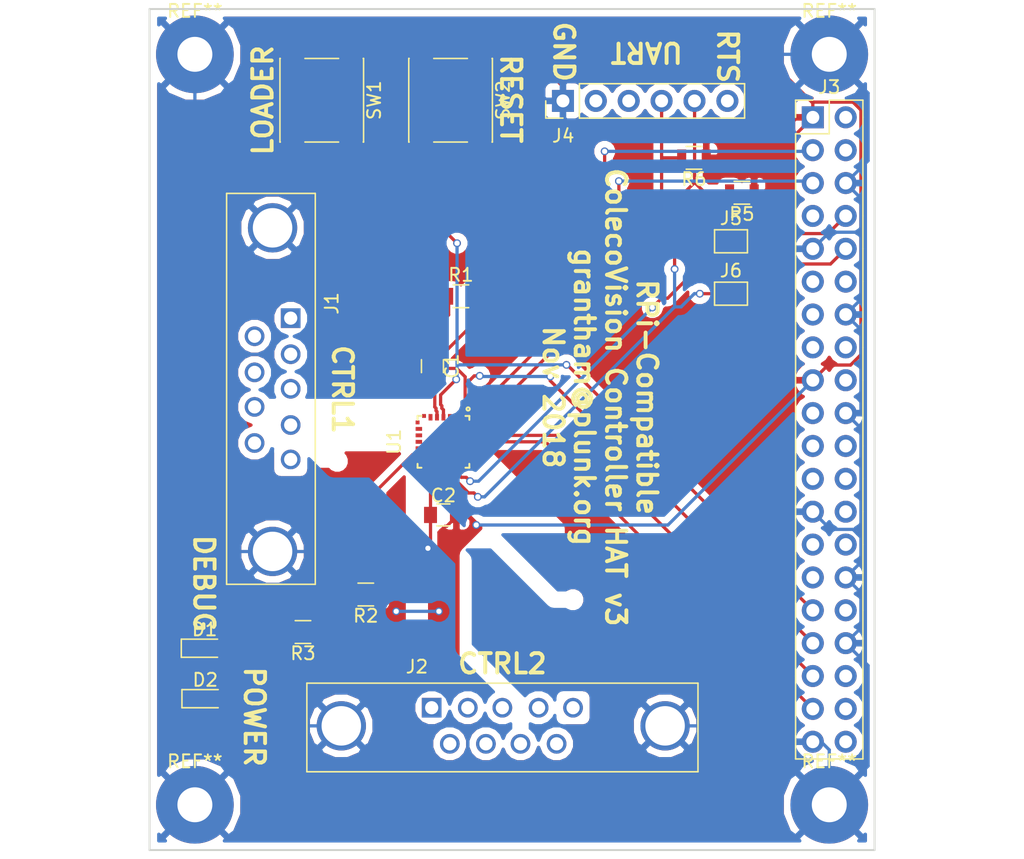
<source format=kicad_pcb>
(kicad_pcb (version 4) (host pcbnew 4.0.6)

  (general
    (links 96)
    (no_connects 37)
    (area 127.424999 56.424999 183.575001 121.575001)
    (thickness 1.6)
    (drawings 14)
    (tracks 238)
    (zones 0)
    (modules 22)
    (nets 57)
  )

  (page A4)
  (layers
    (0 F.Cu signal)
    (31 B.Cu signal)
    (32 B.Adhes user)
    (33 F.Adhes user)
    (34 B.Paste user)
    (35 F.Paste user)
    (36 B.SilkS user)
    (37 F.SilkS user)
    (38 B.Mask user)
    (39 F.Mask user)
    (40 Dwgs.User user)
    (41 Cmts.User user)
    (42 Eco1.User user)
    (43 Eco2.User user)
    (44 Edge.Cuts user)
    (45 Margin user)
    (46 B.CrtYd user)
    (47 F.CrtYd user)
    (48 B.Fab user)
    (49 F.Fab user)
  )

  (setup
    (last_trace_width 0.25)
    (trace_clearance 0.2)
    (zone_clearance 0.508)
    (zone_45_only no)
    (trace_min 0.2)
    (segment_width 0.2)
    (edge_width 0.15)
    (via_size 0.6)
    (via_drill 0.4)
    (via_min_size 0.4)
    (via_min_drill 0.3)
    (uvia_size 0.3)
    (uvia_drill 0.1)
    (uvias_allowed no)
    (uvia_min_size 0.2)
    (uvia_min_drill 0.1)
    (pcb_text_width 0.3)
    (pcb_text_size 1.5 1.5)
    (mod_edge_width 0.15)
    (mod_text_size 1 1)
    (mod_text_width 0.15)
    (pad_size 6 6)
    (pad_drill 2.7)
    (pad_to_mask_clearance 0.2)
    (aux_axis_origin 0 0)
    (visible_elements FFFFFF7F)
    (pcbplotparams
      (layerselection 0x310fc_80000001)
      (usegerberextensions true)
      (excludeedgelayer true)
      (linewidth 0.100000)
      (plotframeref false)
      (viasonmask false)
      (mode 1)
      (useauxorigin false)
      (hpglpennumber 1)
      (hpglpenspeed 20)
      (hpglpendiameter 15)
      (hpglpenoverlay 2)
      (psnegative false)
      (psa4output false)
      (plotreference true)
      (plotvalue false)
      (plotinvisibletext false)
      (padsonsilk false)
      (subtractmaskfromsilk false)
      (outputformat 1)
      (mirror false)
      (drillshape 0)
      (scaleselection 1)
      (outputdirectory gerber))
  )

  (net 0 "")
  (net 1 GND)
  (net 2 N1)
  (net 3 S1)
  (net 4 W1)
  (net 5 E1)
  (net 6 SELECT_KEYPAD)
  (net 7 FIRE1)
  (net 8 QUADA1)
  (net 9 SELECT_JOYSTICK)
  (net 10 QUADB1)
  (net 11 N2)
  (net 12 S2)
  (net 13 W2)
  (net 14 E2)
  (net 15 FIRE2)
  (net 16 QUADA2)
  (net 17 QUADB2)
  (net 18 "Net-(J3-Pad2)")
  (net 19 "Net-(J3-Pad4)")
  (net 20 "Net-(J3-Pad7)")
  (net 21 "Net-(J3-Pad8)")
  (net 22 "Net-(J3-Pad10)")
  (net 23 "Net-(J3-Pad19)")
  (net 24 "Net-(J3-Pad21)")
  (net 25 "Net-(J3-Pad23)")
  (net 26 "Net-(J3-Pad24)")
  (net 27 "Net-(J3-Pad26)")
  (net 28 "Net-(J3-Pad27)")
  (net 29 "Net-(J3-Pad28)")
  (net 30 +3V3)
  (net 31 I2C1_SDA)
  (net 32 I2C1_SCL)
  (net 33 "Net-(J3-Pad11)")
  (net 34 "Net-(J3-Pad12)")
  (net 35 "Net-(J3-Pad13)")
  (net 36 "Net-(J3-Pad15)")
  (net 37 "Net-(J3-Pad16)")
  (net 38 "Net-(J3-Pad18)")
  (net 39 "Net-(J3-Pad22)")
  (net 40 "Net-(J3-Pad29)")
  (net 41 "Net-(J3-Pad32)")
  (net 42 "Net-(J3-Pad36)")
  (net 43 IRQ)
  (net 44 "Net-(J3-Pad38)")
  (net 45 "Net-(J3-Pad40)")
  (net 46 BOOTLOADER)
  (net 47 DEBUG_LED)
  (net 48 "Net-(D1-Pad2)")
  (net 49 USART1_RX)
  (net 50 USART1_TX)
  (net 51 "Net-(J4-Pad2)")
  (net 52 "Net-(J4-Pad3)")
  (net 53 "Net-(J4-Pad6)")
  (net 54 DEBUG_GPIO)
  (net 55 NRST)
  (net 56 "Net-(D2-Pad2)")

  (net_class Default "This is the default net class."
    (clearance 0.2)
    (trace_width 0.25)
    (via_dia 0.6)
    (via_drill 0.4)
    (uvia_dia 0.3)
    (uvia_drill 0.1)
    (add_net +3V3)
    (add_net BOOTLOADER)
    (add_net DEBUG_GPIO)
    (add_net DEBUG_LED)
    (add_net E1)
    (add_net E2)
    (add_net FIRE1)
    (add_net FIRE2)
    (add_net GND)
    (add_net I2C1_SCL)
    (add_net I2C1_SDA)
    (add_net IRQ)
    (add_net N1)
    (add_net N2)
    (add_net NRST)
    (add_net "Net-(D1-Pad2)")
    (add_net "Net-(D2-Pad2)")
    (add_net "Net-(J3-Pad10)")
    (add_net "Net-(J3-Pad11)")
    (add_net "Net-(J3-Pad12)")
    (add_net "Net-(J3-Pad13)")
    (add_net "Net-(J3-Pad15)")
    (add_net "Net-(J3-Pad16)")
    (add_net "Net-(J3-Pad18)")
    (add_net "Net-(J3-Pad19)")
    (add_net "Net-(J3-Pad2)")
    (add_net "Net-(J3-Pad21)")
    (add_net "Net-(J3-Pad22)")
    (add_net "Net-(J3-Pad23)")
    (add_net "Net-(J3-Pad24)")
    (add_net "Net-(J3-Pad26)")
    (add_net "Net-(J3-Pad27)")
    (add_net "Net-(J3-Pad28)")
    (add_net "Net-(J3-Pad29)")
    (add_net "Net-(J3-Pad32)")
    (add_net "Net-(J3-Pad36)")
    (add_net "Net-(J3-Pad38)")
    (add_net "Net-(J3-Pad4)")
    (add_net "Net-(J3-Pad40)")
    (add_net "Net-(J3-Pad7)")
    (add_net "Net-(J3-Pad8)")
    (add_net "Net-(J4-Pad2)")
    (add_net "Net-(J4-Pad3)")
    (add_net "Net-(J4-Pad6)")
    (add_net QUADA1)
    (add_net QUADA2)
    (add_net QUADB1)
    (add_net QUADB2)
    (add_net S1)
    (add_net S2)
    (add_net SELECT_JOYSTICK)
    (add_net SELECT_KEYPAD)
    (add_net USART1_RX)
    (add_net USART1_TX)
    (add_net W1)
    (add_net W2)
  )

  (module Mounting_Holes:MountingHole_2.7mm_M2.5_DIN965_Pad (layer F.Cu) (tedit 5BAFCBC2) (tstamp 5BAFC2E0)
    (at 131 118)
    (descr "Mounting Hole 2.7mm, M2.5, DIN965")
    (tags "mounting hole 2.7mm m2.5 din965")
    (fp_text reference REF** (at 0 -3.35) (layer F.SilkS)
      (effects (font (size 1 1) (thickness 0.15)))
    )
    (fp_text value MountingHole_2.7mm_M2.5_DIN965_Pad (at 0 3.35) (layer F.Fab)
      (effects (font (size 1 1) (thickness 0.15)))
    )
    (fp_circle (center 0 0) (end 2.35 0) (layer Cmts.User) (width 0.15))
    (fp_circle (center 0 0) (end 2.6 0) (layer F.CrtYd) (width 0.05))
    (pad 1 thru_hole circle (at 0 0) (size 6 6) (drill 2.7) (layers *.Cu *.Mask)
      (net 1 GND))
  )

  (module Mounting_Holes:MountingHole_2.7mm_M2.5_DIN965_Pad (layer F.Cu) (tedit 5BAFCB9A) (tstamp 5BAFC2A8)
    (at 131 60)
    (descr "Mounting Hole 2.7mm, M2.5, DIN965")
    (tags "mounting hole 2.7mm m2.5 din965")
    (fp_text reference REF** (at 0 -3.35) (layer F.SilkS)
      (effects (font (size 1 1) (thickness 0.15)))
    )
    (fp_text value MountingHole_2.7mm_M2.5_DIN965_Pad (at 0 3.35) (layer F.Fab)
      (effects (font (size 1 1) (thickness 0.15)))
    )
    (fp_circle (center 0 0) (end 2.35 0) (layer Cmts.User) (width 0.15))
    (fp_circle (center 0 0) (end 2.6 0) (layer F.CrtYd) (width 0.05))
    (pad 1 thru_hole circle (at 0 0) (size 6 6) (drill 2.7) (layers *.Cu *.Mask)
      (net 1 GND))
  )

  (module Mounting_Holes:MountingHole_2.7mm_M2.5_DIN965_Pad (layer F.Cu) (tedit 5BAFCBB8) (tstamp 5BAFC1ED)
    (at 180 118)
    (descr "Mounting Hole 2.7mm, M2.5, DIN965")
    (tags "mounting hole 2.7mm m2.5 din965")
    (fp_text reference REF** (at 0 -3.35) (layer F.SilkS)
      (effects (font (size 1 1) (thickness 0.15)))
    )
    (fp_text value MountingHole_2.7mm_M2.5_DIN965_Pad (at 0 3.35) (layer F.Fab)
      (effects (font (size 1 1) (thickness 0.15)))
    )
    (fp_circle (center 0 0) (end 2.35 0) (layer Cmts.User) (width 0.15))
    (fp_circle (center 0 0) (end 2.6 0) (layer F.CrtYd) (width 0.05))
    (pad 1 thru_hole circle (at 0 0) (size 6 6) (drill 2.7) (layers *.Cu *.Mask)
      (net 1 GND))
  )

  (module Pin_Headers:Pin_Header_Straight_2x20_Pitch2.54mm (layer F.Cu) (tedit 59650533) (tstamp 5BAFC17E)
    (at 178.73 64.87)
    (descr "Through hole straight pin header, 2x20, 2.54mm pitch, double rows")
    (tags "Through hole pin header THT 2x20 2.54mm double row")
    (path /5BAFA0F9)
    (fp_text reference J3 (at 1.27 -2.33) (layer F.SilkS)
      (effects (font (size 1 1) (thickness 0.15)))
    )
    (fp_text value PI_HEADER (at 1.27 50.59) (layer F.Fab)
      (effects (font (size 1 1) (thickness 0.15)))
    )
    (fp_line (start 0 -1.27) (end 3.81 -1.27) (layer F.Fab) (width 0.1))
    (fp_line (start 3.81 -1.27) (end 3.81 49.53) (layer F.Fab) (width 0.1))
    (fp_line (start 3.81 49.53) (end -1.27 49.53) (layer F.Fab) (width 0.1))
    (fp_line (start -1.27 49.53) (end -1.27 0) (layer F.Fab) (width 0.1))
    (fp_line (start -1.27 0) (end 0 -1.27) (layer F.Fab) (width 0.1))
    (fp_line (start -1.33 49.59) (end 3.87 49.59) (layer F.SilkS) (width 0.12))
    (fp_line (start -1.33 1.27) (end -1.33 49.59) (layer F.SilkS) (width 0.12))
    (fp_line (start 3.87 -1.33) (end 3.87 49.59) (layer F.SilkS) (width 0.12))
    (fp_line (start -1.33 1.27) (end 1.27 1.27) (layer F.SilkS) (width 0.12))
    (fp_line (start 1.27 1.27) (end 1.27 -1.33) (layer F.SilkS) (width 0.12))
    (fp_line (start 1.27 -1.33) (end 3.87 -1.33) (layer F.SilkS) (width 0.12))
    (fp_line (start -1.33 0) (end -1.33 -1.33) (layer F.SilkS) (width 0.12))
    (fp_line (start -1.33 -1.33) (end 0 -1.33) (layer F.SilkS) (width 0.12))
    (fp_line (start -1.8 -1.8) (end -1.8 50.05) (layer F.CrtYd) (width 0.05))
    (fp_line (start -1.8 50.05) (end 4.35 50.05) (layer F.CrtYd) (width 0.05))
    (fp_line (start 4.35 50.05) (end 4.35 -1.8) (layer F.CrtYd) (width 0.05))
    (fp_line (start 4.35 -1.8) (end -1.8 -1.8) (layer F.CrtYd) (width 0.05))
    (fp_text user %R (at 1.27 24.13 90) (layer F.Fab)
      (effects (font (size 1 1) (thickness 0.15)))
    )
    (pad 1 thru_hole rect (at 0 0) (size 1.7 1.7) (drill 1) (layers *.Cu *.Mask)
      (net 30 +3V3))
    (pad 2 thru_hole oval (at 2.54 0) (size 1.7 1.7) (drill 1) (layers *.Cu *.Mask)
      (net 18 "Net-(J3-Pad2)"))
    (pad 3 thru_hole oval (at 0 2.54) (size 1.7 1.7) (drill 1) (layers *.Cu *.Mask)
      (net 31 I2C1_SDA))
    (pad 4 thru_hole oval (at 2.54 2.54) (size 1.7 1.7) (drill 1) (layers *.Cu *.Mask)
      (net 19 "Net-(J3-Pad4)"))
    (pad 5 thru_hole oval (at 0 5.08) (size 1.7 1.7) (drill 1) (layers *.Cu *.Mask)
      (net 32 I2C1_SCL))
    (pad 6 thru_hole oval (at 2.54 5.08) (size 1.7 1.7) (drill 1) (layers *.Cu *.Mask)
      (net 1 GND))
    (pad 7 thru_hole oval (at 0 7.62) (size 1.7 1.7) (drill 1) (layers *.Cu *.Mask)
      (net 20 "Net-(J3-Pad7)"))
    (pad 8 thru_hole oval (at 2.54 7.62) (size 1.7 1.7) (drill 1) (layers *.Cu *.Mask)
      (net 21 "Net-(J3-Pad8)"))
    (pad 9 thru_hole oval (at 0 10.16) (size 1.7 1.7) (drill 1) (layers *.Cu *.Mask)
      (net 1 GND))
    (pad 10 thru_hole oval (at 2.54 10.16) (size 1.7 1.7) (drill 1) (layers *.Cu *.Mask)
      (net 22 "Net-(J3-Pad10)"))
    (pad 11 thru_hole oval (at 0 12.7) (size 1.7 1.7) (drill 1) (layers *.Cu *.Mask)
      (net 33 "Net-(J3-Pad11)"))
    (pad 12 thru_hole oval (at 2.54 12.7) (size 1.7 1.7) (drill 1) (layers *.Cu *.Mask)
      (net 34 "Net-(J3-Pad12)"))
    (pad 13 thru_hole oval (at 0 15.24) (size 1.7 1.7) (drill 1) (layers *.Cu *.Mask)
      (net 35 "Net-(J3-Pad13)"))
    (pad 14 thru_hole oval (at 2.54 15.24) (size 1.7 1.7) (drill 1) (layers *.Cu *.Mask)
      (net 1 GND))
    (pad 15 thru_hole oval (at 0 17.78) (size 1.7 1.7) (drill 1) (layers *.Cu *.Mask)
      (net 36 "Net-(J3-Pad15)"))
    (pad 16 thru_hole oval (at 2.54 17.78) (size 1.7 1.7) (drill 1) (layers *.Cu *.Mask)
      (net 37 "Net-(J3-Pad16)"))
    (pad 17 thru_hole oval (at 0 20.32) (size 1.7 1.7) (drill 1) (layers *.Cu *.Mask)
      (net 30 +3V3))
    (pad 18 thru_hole oval (at 2.54 20.32) (size 1.7 1.7) (drill 1) (layers *.Cu *.Mask)
      (net 38 "Net-(J3-Pad18)"))
    (pad 19 thru_hole oval (at 0 22.86) (size 1.7 1.7) (drill 1) (layers *.Cu *.Mask)
      (net 23 "Net-(J3-Pad19)"))
    (pad 20 thru_hole oval (at 2.54 22.86) (size 1.7 1.7) (drill 1) (layers *.Cu *.Mask)
      (net 1 GND))
    (pad 21 thru_hole oval (at 0 25.4) (size 1.7 1.7) (drill 1) (layers *.Cu *.Mask)
      (net 24 "Net-(J3-Pad21)"))
    (pad 22 thru_hole oval (at 2.54 25.4) (size 1.7 1.7) (drill 1) (layers *.Cu *.Mask)
      (net 39 "Net-(J3-Pad22)"))
    (pad 23 thru_hole oval (at 0 27.94) (size 1.7 1.7) (drill 1) (layers *.Cu *.Mask)
      (net 25 "Net-(J3-Pad23)"))
    (pad 24 thru_hole oval (at 2.54 27.94) (size 1.7 1.7) (drill 1) (layers *.Cu *.Mask)
      (net 26 "Net-(J3-Pad24)"))
    (pad 25 thru_hole oval (at 0 30.48) (size 1.7 1.7) (drill 1) (layers *.Cu *.Mask)
      (net 1 GND))
    (pad 26 thru_hole oval (at 2.54 30.48) (size 1.7 1.7) (drill 1) (layers *.Cu *.Mask)
      (net 27 "Net-(J3-Pad26)"))
    (pad 27 thru_hole oval (at 0 33.02) (size 1.7 1.7) (drill 1) (layers *.Cu *.Mask)
      (net 28 "Net-(J3-Pad27)"))
    (pad 28 thru_hole oval (at 2.54 33.02) (size 1.7 1.7) (drill 1) (layers *.Cu *.Mask)
      (net 29 "Net-(J3-Pad28)"))
    (pad 29 thru_hole oval (at 0 35.56) (size 1.7 1.7) (drill 1) (layers *.Cu *.Mask)
      (net 40 "Net-(J3-Pad29)"))
    (pad 30 thru_hole oval (at 2.54 35.56) (size 1.7 1.7) (drill 1) (layers *.Cu *.Mask)
      (net 1 GND))
    (pad 31 thru_hole oval (at 0 38.1) (size 1.7 1.7) (drill 1) (layers *.Cu *.Mask)
      (net 55 NRST))
    (pad 32 thru_hole oval (at 2.54 38.1) (size 1.7 1.7) (drill 1) (layers *.Cu *.Mask)
      (net 41 "Net-(J3-Pad32)"))
    (pad 33 thru_hole oval (at 0 40.64) (size 1.7 1.7) (drill 1) (layers *.Cu *.Mask)
      (net 46 BOOTLOADER))
    (pad 34 thru_hole oval (at 2.54 40.64) (size 1.7 1.7) (drill 1) (layers *.Cu *.Mask)
      (net 1 GND))
    (pad 35 thru_hole oval (at 0 43.18) (size 1.7 1.7) (drill 1) (layers *.Cu *.Mask)
      (net 43 IRQ))
    (pad 36 thru_hole oval (at 2.54 43.18) (size 1.7 1.7) (drill 1) (layers *.Cu *.Mask)
      (net 42 "Net-(J3-Pad36)"))
    (pad 37 thru_hole oval (at 0 45.72) (size 1.7 1.7) (drill 1) (layers *.Cu *.Mask)
      (net 54 DEBUG_GPIO))
    (pad 38 thru_hole oval (at 2.54 45.72) (size 1.7 1.7) (drill 1) (layers *.Cu *.Mask)
      (net 44 "Net-(J3-Pad38)"))
    (pad 39 thru_hole oval (at 0 48.26) (size 1.7 1.7) (drill 1) (layers *.Cu *.Mask)
      (net 1 GND))
    (pad 40 thru_hole oval (at 2.54 48.26) (size 1.7 1.7) (drill 1) (layers *.Cu *.Mask)
      (net 45 "Net-(J3-Pad40)"))
    (model ${KISYS3DMOD}/Pin_Headers.3dshapes/Pin_Header_Straight_2x20_Pitch2.54mm.wrl
      (at (xyz 0 0 0))
      (scale (xyz 1 1 1))
      (rotate (xyz 0 0 0))
    )
  )

  (module Mounting_Holes:MountingHole_2.7mm_M2.5_DIN965_Pad (layer F.Cu) (tedit 5BAFCBB0) (tstamp 5BAFC1E9)
    (at 180 60)
    (descr "Mounting Hole 2.7mm, M2.5, DIN965")
    (tags "mounting hole 2.7mm m2.5 din965")
    (fp_text reference REF** (at 0 -3.35) (layer F.SilkS)
      (effects (font (size 1 1) (thickness 0.15)))
    )
    (fp_text value MountingHole_2.7mm_M2.5_DIN965_Pad (at 0 3.35) (layer F.Fab)
      (effects (font (size 1 1) (thickness 0.15)))
    )
    (fp_circle (center 0 0) (end 2.35 0) (layer Cmts.User) (width 0.15))
    (fp_circle (center 0 0) (end 2.6 0) (layer F.CrtYd) (width 0.05))
    (pad 1 thru_hole circle (at 0 0) (size 6 6) (drill 2.7) (layers *.Cu *.Mask)
      (net 1 GND))
  )

  (module Capacitors_SMD:C_0805 (layer F.Cu) (tedit 58AA8463) (tstamp 5BB11FF4)
    (at 149.35 84.1 270)
    (descr "Capacitor SMD 0805, reflow soldering, AVX (see smccp.pdf)")
    (tags "capacitor 0805")
    (path /5BB10E9A)
    (attr smd)
    (fp_text reference C1 (at 0 -1.5 270) (layer F.SilkS)
      (effects (font (size 1 1) (thickness 0.15)))
    )
    (fp_text value 100nF (at 0 1.75 270) (layer F.Fab)
      (effects (font (size 1 1) (thickness 0.15)))
    )
    (fp_text user %R (at 0 -1.5 270) (layer F.Fab)
      (effects (font (size 1 1) (thickness 0.15)))
    )
    (fp_line (start -1 0.62) (end -1 -0.62) (layer F.Fab) (width 0.1))
    (fp_line (start 1 0.62) (end -1 0.62) (layer F.Fab) (width 0.1))
    (fp_line (start 1 -0.62) (end 1 0.62) (layer F.Fab) (width 0.1))
    (fp_line (start -1 -0.62) (end 1 -0.62) (layer F.Fab) (width 0.1))
    (fp_line (start 0.5 -0.85) (end -0.5 -0.85) (layer F.SilkS) (width 0.12))
    (fp_line (start -0.5 0.85) (end 0.5 0.85) (layer F.SilkS) (width 0.12))
    (fp_line (start -1.75 -0.88) (end 1.75 -0.88) (layer F.CrtYd) (width 0.05))
    (fp_line (start -1.75 -0.88) (end -1.75 0.87) (layer F.CrtYd) (width 0.05))
    (fp_line (start 1.75 0.87) (end 1.75 -0.88) (layer F.CrtYd) (width 0.05))
    (fp_line (start 1.75 0.87) (end -1.75 0.87) (layer F.CrtYd) (width 0.05))
    (pad 1 smd rect (at -1 0 270) (size 1 1.25) (layers F.Cu F.Paste F.Mask)
      (net 1 GND))
    (pad 2 smd rect (at 1 0 270) (size 1 1.25) (layers F.Cu F.Paste F.Mask)
      (net 30 +3V3))
    (model Capacitors_SMD.3dshapes/C_0805.wrl
      (at (xyz 0 0 0))
      (scale (xyz 1 1 1))
      (rotate (xyz 0 0 0))
    )
  )

  (module Capacitors_SMD:C_0805 (layer F.Cu) (tedit 58AA8463) (tstamp 5BB12005)
    (at 150.2 95.6)
    (descr "Capacitor SMD 0805, reflow soldering, AVX (see smccp.pdf)")
    (tags "capacitor 0805")
    (path /5BB06D8F)
    (attr smd)
    (fp_text reference C2 (at 0 -1.5) (layer F.SilkS)
      (effects (font (size 1 1) (thickness 0.15)))
    )
    (fp_text value 100nF (at 0.4 1.9) (layer F.Fab)
      (effects (font (size 1 1) (thickness 0.15)))
    )
    (fp_text user %R (at 0 -1.5) (layer F.Fab)
      (effects (font (size 1 1) (thickness 0.15)))
    )
    (fp_line (start -1 0.62) (end -1 -0.62) (layer F.Fab) (width 0.1))
    (fp_line (start 1 0.62) (end -1 0.62) (layer F.Fab) (width 0.1))
    (fp_line (start 1 -0.62) (end 1 0.62) (layer F.Fab) (width 0.1))
    (fp_line (start -1 -0.62) (end 1 -0.62) (layer F.Fab) (width 0.1))
    (fp_line (start 0.5 -0.85) (end -0.5 -0.85) (layer F.SilkS) (width 0.12))
    (fp_line (start -0.5 0.85) (end 0.5 0.85) (layer F.SilkS) (width 0.12))
    (fp_line (start -1.75 -0.88) (end 1.75 -0.88) (layer F.CrtYd) (width 0.05))
    (fp_line (start -1.75 -0.88) (end -1.75 0.87) (layer F.CrtYd) (width 0.05))
    (fp_line (start 1.75 0.87) (end 1.75 -0.88) (layer F.CrtYd) (width 0.05))
    (fp_line (start 1.75 0.87) (end -1.75 0.87) (layer F.CrtYd) (width 0.05))
    (pad 1 smd rect (at -1 0) (size 1 1.25) (layers F.Cu F.Paste F.Mask)
      (net 1 GND))
    (pad 2 smd rect (at 1 0) (size 1 1.25) (layers F.Cu F.Paste F.Mask)
      (net 30 +3V3))
    (model Capacitors_SMD.3dshapes/C_0805.wrl
      (at (xyz 0 0 0))
      (scale (xyz 1 1 1))
      (rotate (xyz 0 0 0))
    )
  )

  (module Resistors_SMD:R_0805 (layer F.Cu) (tedit 58E0A804) (tstamp 5BB12016)
    (at 151.55 78.7)
    (descr "Resistor SMD 0805, reflow soldering, Vishay (see dcrcw.pdf)")
    (tags "resistor 0805")
    (path /5BB06D77)
    (attr smd)
    (fp_text reference R1 (at 0 -1.65) (layer F.SilkS)
      (effects (font (size 1 1) (thickness 0.15)))
    )
    (fp_text value 10k (at 0 1.75) (layer F.Fab)
      (effects (font (size 1 1) (thickness 0.15)))
    )
    (fp_text user %R (at 0 0) (layer F.Fab)
      (effects (font (size 0.5 0.5) (thickness 0.075)))
    )
    (fp_line (start -1 0.62) (end -1 -0.62) (layer F.Fab) (width 0.1))
    (fp_line (start 1 0.62) (end -1 0.62) (layer F.Fab) (width 0.1))
    (fp_line (start 1 -0.62) (end 1 0.62) (layer F.Fab) (width 0.1))
    (fp_line (start -1 -0.62) (end 1 -0.62) (layer F.Fab) (width 0.1))
    (fp_line (start 0.6 0.88) (end -0.6 0.88) (layer F.SilkS) (width 0.12))
    (fp_line (start -0.6 -0.88) (end 0.6 -0.88) (layer F.SilkS) (width 0.12))
    (fp_line (start -1.55 -0.9) (end 1.55 -0.9) (layer F.CrtYd) (width 0.05))
    (fp_line (start -1.55 -0.9) (end -1.55 0.9) (layer F.CrtYd) (width 0.05))
    (fp_line (start 1.55 0.9) (end 1.55 -0.9) (layer F.CrtYd) (width 0.05))
    (fp_line (start 1.55 0.9) (end -1.55 0.9) (layer F.CrtYd) (width 0.05))
    (pad 1 smd rect (at -0.95 0) (size 0.7 1.3) (layers F.Cu F.Paste F.Mask)
      (net 46 BOOTLOADER))
    (pad 2 smd rect (at 0.95 0) (size 0.7 1.3) (layers F.Cu F.Paste F.Mask)
      (net 1 GND))
    (model ${KISYS3DMOD}/Resistors_SMD.3dshapes/R_0805.wrl
      (at (xyz 0 0 0))
      (scale (xyz 1 1 1))
      (rotate (xyz 0 0 0))
    )
  )

  (module Resistors_SMD:R_0805 (layer F.Cu) (tedit 58E0A804) (tstamp 5BB12027)
    (at 144.2 101.75 180)
    (descr "Resistor SMD 0805, reflow soldering, Vishay (see dcrcw.pdf)")
    (tags "resistor 0805")
    (path /5BB12129)
    (attr smd)
    (fp_text reference R2 (at 0 -1.65 180) (layer F.SilkS)
      (effects (font (size 1 1) (thickness 0.15)))
    )
    (fp_text value 470 (at 0 1.75 180) (layer F.Fab)
      (effects (font (size 1 1) (thickness 0.15)))
    )
    (fp_text user %R (at 0 0 180) (layer F.Fab)
      (effects (font (size 0.5 0.5) (thickness 0.075)))
    )
    (fp_line (start -1 0.62) (end -1 -0.62) (layer F.Fab) (width 0.1))
    (fp_line (start 1 0.62) (end -1 0.62) (layer F.Fab) (width 0.1))
    (fp_line (start 1 -0.62) (end 1 0.62) (layer F.Fab) (width 0.1))
    (fp_line (start -1 -0.62) (end 1 -0.62) (layer F.Fab) (width 0.1))
    (fp_line (start 0.6 0.88) (end -0.6 0.88) (layer F.SilkS) (width 0.12))
    (fp_line (start -0.6 -0.88) (end 0.6 -0.88) (layer F.SilkS) (width 0.12))
    (fp_line (start -1.55 -0.9) (end 1.55 -0.9) (layer F.CrtYd) (width 0.05))
    (fp_line (start -1.55 -0.9) (end -1.55 0.9) (layer F.CrtYd) (width 0.05))
    (fp_line (start 1.55 0.9) (end 1.55 -0.9) (layer F.CrtYd) (width 0.05))
    (fp_line (start 1.55 0.9) (end -1.55 0.9) (layer F.CrtYd) (width 0.05))
    (pad 1 smd rect (at -0.95 0 180) (size 0.7 1.3) (layers F.Cu F.Paste F.Mask)
      (net 47 DEBUG_LED))
    (pad 2 smd rect (at 0.95 0 180) (size 0.7 1.3) (layers F.Cu F.Paste F.Mask)
      (net 48 "Net-(D1-Pad2)"))
    (model ${KISYS3DMOD}/Resistors_SMD.3dshapes/R_0805.wrl
      (at (xyz 0 0 0))
      (scale (xyz 1 1 1))
      (rotate (xyz 0 0 0))
    )
  )

  (module Pin_Headers:Pin_Header_Straight_1x06_Pitch2.54mm (layer F.Cu) (tedit 59650532) (tstamp 5BB124F7)
    (at 159.43 63.6 90)
    (descr "Through hole straight pin header, 1x06, 2.54mm pitch, single row")
    (tags "Through hole pin header THT 1x06 2.54mm single row")
    (path /5BB1412D)
    (fp_text reference J4 (at -2.7 0.02 180) (layer F.SilkS)
      (effects (font (size 1 1) (thickness 0.15)))
    )
    (fp_text value CONN_01X06 (at 0 15.03 90) (layer F.Fab)
      (effects (font (size 1 1) (thickness 0.15)))
    )
    (fp_line (start -0.635 -1.27) (end 1.27 -1.27) (layer F.Fab) (width 0.1))
    (fp_line (start 1.27 -1.27) (end 1.27 13.97) (layer F.Fab) (width 0.1))
    (fp_line (start 1.27 13.97) (end -1.27 13.97) (layer F.Fab) (width 0.1))
    (fp_line (start -1.27 13.97) (end -1.27 -0.635) (layer F.Fab) (width 0.1))
    (fp_line (start -1.27 -0.635) (end -0.635 -1.27) (layer F.Fab) (width 0.1))
    (fp_line (start -1.33 14.03) (end 1.33 14.03) (layer F.SilkS) (width 0.12))
    (fp_line (start -1.33 1.27) (end -1.33 14.03) (layer F.SilkS) (width 0.12))
    (fp_line (start 1.33 1.27) (end 1.33 14.03) (layer F.SilkS) (width 0.12))
    (fp_line (start -1.33 1.27) (end 1.33 1.27) (layer F.SilkS) (width 0.12))
    (fp_line (start -1.33 0) (end -1.33 -1.33) (layer F.SilkS) (width 0.12))
    (fp_line (start -1.33 -1.33) (end 0 -1.33) (layer F.SilkS) (width 0.12))
    (fp_line (start -1.8 -1.8) (end -1.8 14.5) (layer F.CrtYd) (width 0.05))
    (fp_line (start -1.8 14.5) (end 1.8 14.5) (layer F.CrtYd) (width 0.05))
    (fp_line (start 1.8 14.5) (end 1.8 -1.8) (layer F.CrtYd) (width 0.05))
    (fp_line (start 1.8 -1.8) (end -1.8 -1.8) (layer F.CrtYd) (width 0.05))
    (fp_text user %R (at 0 6.35 180) (layer F.Fab)
      (effects (font (size 1 1) (thickness 0.15)))
    )
    (pad 1 thru_hole rect (at 0 0 90) (size 1.7 1.7) (drill 1) (layers *.Cu *.Mask)
      (net 1 GND))
    (pad 2 thru_hole oval (at 0 2.54 90) (size 1.7 1.7) (drill 1) (layers *.Cu *.Mask)
      (net 51 "Net-(J4-Pad2)"))
    (pad 3 thru_hole oval (at 0 5.08 90) (size 1.7 1.7) (drill 1) (layers *.Cu *.Mask)
      (net 52 "Net-(J4-Pad3)"))
    (pad 4 thru_hole oval (at 0 7.62 90) (size 1.7 1.7) (drill 1) (layers *.Cu *.Mask)
      (net 49 USART1_RX))
    (pad 5 thru_hole oval (at 0 10.16 90) (size 1.7 1.7) (drill 1) (layers *.Cu *.Mask)
      (net 50 USART1_TX))
    (pad 6 thru_hole oval (at 0 12.7 90) (size 1.7 1.7) (drill 1) (layers *.Cu *.Mask)
      (net 53 "Net-(J4-Pad6)"))
    (model ${KISYS3DMOD}/Pin_Headers.3dshapes/Pin_Header_Straight_1x06_Pitch2.54mm.wrl
      (at (xyz 0 0 0))
      (scale (xyz 1 1 1))
      (rotate (xyz 0 0 0))
    )
  )

  (module Buttons_Switches_SMD:SW_SPST_PTS645 (layer F.Cu) (tedit 58724A80) (tstamp 5BB124FF)
    (at 140.8 63.55 270)
    (descr "C&K Components SPST SMD PTS645 Series 6mm Tact Switch")
    (tags "SPST Button Switch")
    (path /5BB08F82)
    (attr smd)
    (fp_text reference SW1 (at 0 -4.05 270) (layer F.SilkS)
      (effects (font (size 1 1) (thickness 0.15)))
    )
    (fp_text value BOOTLOADER (at 0 4.15 270) (layer F.Fab)
      (effects (font (size 1 1) (thickness 0.15)))
    )
    (fp_text user %R (at 0 -4.05 270) (layer F.Fab)
      (effects (font (size 1 1) (thickness 0.15)))
    )
    (fp_line (start -3 -3) (end -3 3) (layer F.Fab) (width 0.1))
    (fp_line (start -3 3) (end 3 3) (layer F.Fab) (width 0.1))
    (fp_line (start 3 3) (end 3 -3) (layer F.Fab) (width 0.1))
    (fp_line (start 3 -3) (end -3 -3) (layer F.Fab) (width 0.1))
    (fp_line (start 5.05 3.4) (end 5.05 -3.4) (layer F.CrtYd) (width 0.05))
    (fp_line (start -5.05 -3.4) (end -5.05 3.4) (layer F.CrtYd) (width 0.05))
    (fp_line (start -5.05 3.4) (end 5.05 3.4) (layer F.CrtYd) (width 0.05))
    (fp_line (start -5.05 -3.4) (end 5.05 -3.4) (layer F.CrtYd) (width 0.05))
    (fp_line (start 3.23 -3.23) (end 3.23 -3.2) (layer F.SilkS) (width 0.12))
    (fp_line (start 3.23 3.23) (end 3.23 3.2) (layer F.SilkS) (width 0.12))
    (fp_line (start -3.23 3.23) (end -3.23 3.2) (layer F.SilkS) (width 0.12))
    (fp_line (start -3.23 -3.2) (end -3.23 -3.23) (layer F.SilkS) (width 0.12))
    (fp_line (start 3.23 -1.3) (end 3.23 1.3) (layer F.SilkS) (width 0.12))
    (fp_line (start -3.23 -3.23) (end 3.23 -3.23) (layer F.SilkS) (width 0.12))
    (fp_line (start -3.23 -1.3) (end -3.23 1.3) (layer F.SilkS) (width 0.12))
    (fp_line (start -3.23 3.23) (end 3.23 3.23) (layer F.SilkS) (width 0.12))
    (fp_circle (center 0 0) (end 1.75 -0.05) (layer F.Fab) (width 0.1))
    (pad 2 smd rect (at -3.98 2.25 270) (size 1.55 1.3) (layers F.Cu F.Paste F.Mask)
      (net 30 +3V3))
    (pad 1 smd rect (at -3.98 -2.25 270) (size 1.55 1.3) (layers F.Cu F.Paste F.Mask)
      (net 46 BOOTLOADER))
    (pad 1 smd rect (at 3.98 -2.25 270) (size 1.55 1.3) (layers F.Cu F.Paste F.Mask)
      (net 46 BOOTLOADER))
    (pad 2 smd rect (at 3.98 2.25 270) (size 1.55 1.3) (layers F.Cu F.Paste F.Mask)
      (net 30 +3V3))
    (model ${KISYS3DMOD}/Buttons_Switches_SMD.3dshapes/SW_SPST_PTS645.wrl
      (at (xyz 0 0 0))
      (scale (xyz 1 1 1))
      (rotate (xyz 0 0 0))
    )
  )

  (module Buttons_Switches_SMD:SW_SPST_PTS645 (layer F.Cu) (tedit 58724A80) (tstamp 5BB12507)
    (at 150.75 63.55 270)
    (descr "C&K Components SPST SMD PTS645 Series 6mm Tact Switch")
    (tags "SPST Button Switch")
    (path /5BB1121B)
    (attr smd)
    (fp_text reference SW2 (at 0 -4.05 270) (layer F.SilkS)
      (effects (font (size 1 1) (thickness 0.15)))
    )
    (fp_text value RESET (at 0 4.15 270) (layer F.Fab)
      (effects (font (size 1 1) (thickness 0.15)))
    )
    (fp_text user %R (at 0 -4.05 270) (layer F.Fab)
      (effects (font (size 1 1) (thickness 0.15)))
    )
    (fp_line (start -3 -3) (end -3 3) (layer F.Fab) (width 0.1))
    (fp_line (start -3 3) (end 3 3) (layer F.Fab) (width 0.1))
    (fp_line (start 3 3) (end 3 -3) (layer F.Fab) (width 0.1))
    (fp_line (start 3 -3) (end -3 -3) (layer F.Fab) (width 0.1))
    (fp_line (start 5.05 3.4) (end 5.05 -3.4) (layer F.CrtYd) (width 0.05))
    (fp_line (start -5.05 -3.4) (end -5.05 3.4) (layer F.CrtYd) (width 0.05))
    (fp_line (start -5.05 3.4) (end 5.05 3.4) (layer F.CrtYd) (width 0.05))
    (fp_line (start -5.05 -3.4) (end 5.05 -3.4) (layer F.CrtYd) (width 0.05))
    (fp_line (start 3.23 -3.23) (end 3.23 -3.2) (layer F.SilkS) (width 0.12))
    (fp_line (start 3.23 3.23) (end 3.23 3.2) (layer F.SilkS) (width 0.12))
    (fp_line (start -3.23 3.23) (end -3.23 3.2) (layer F.SilkS) (width 0.12))
    (fp_line (start -3.23 -3.2) (end -3.23 -3.23) (layer F.SilkS) (width 0.12))
    (fp_line (start 3.23 -1.3) (end 3.23 1.3) (layer F.SilkS) (width 0.12))
    (fp_line (start -3.23 -3.23) (end 3.23 -3.23) (layer F.SilkS) (width 0.12))
    (fp_line (start -3.23 -1.3) (end -3.23 1.3) (layer F.SilkS) (width 0.12))
    (fp_line (start -3.23 3.23) (end 3.23 3.23) (layer F.SilkS) (width 0.12))
    (fp_circle (center 0 0) (end 1.75 -0.05) (layer F.Fab) (width 0.1))
    (pad 2 smd rect (at -3.98 2.25 270) (size 1.55 1.3) (layers F.Cu F.Paste F.Mask)
      (net 55 NRST))
    (pad 1 smd rect (at -3.98 -2.25 270) (size 1.55 1.3) (layers F.Cu F.Paste F.Mask)
      (net 1 GND))
    (pad 1 smd rect (at 3.98 -2.25 270) (size 1.55 1.3) (layers F.Cu F.Paste F.Mask)
      (net 1 GND))
    (pad 2 smd rect (at 3.98 2.25 270) (size 1.55 1.3) (layers F.Cu F.Paste F.Mask)
      (net 55 NRST))
    (model ${KISYS3DMOD}/Buttons_Switches_SMD.3dshapes/SW_SPST_PTS645.wrl
      (at (xyz 0 0 0))
      (scale (xyz 1 1 1))
      (rotate (xyz 0 0 0))
    )
  )

  (module UFQFPN-28:UFQFPN-28 (layer F.Cu) (tedit 559130F5) (tstamp 5BB12527)
    (at 150.2 89.95 270)
    (path /5BB03FFC)
    (attr smd)
    (fp_text reference U1 (at 0 3.81 270) (layer F.SilkS)
      (effects (font (size 1 1) (thickness 0.15)))
    )
    (fp_text value STM32L011G4U6 (at 0 -3.81 270) (layer F.Fab)
      (effects (font (size 1 1) (thickness 0.15)))
    )
    (fp_circle (center -2.54 -1.905) (end -2.413 -1.905) (layer F.SilkS) (width 0.15))
    (fp_line (start -1.7 -2) (end -2 -2) (layer F.SilkS) (width 0.15))
    (fp_line (start -2 -2) (end -2 -1.7) (layer F.SilkS) (width 0.15))
    (fp_line (start 2 -1.7) (end 2 -2) (layer F.SilkS) (width 0.15))
    (fp_line (start 2 -2) (end 1.7 -2) (layer F.SilkS) (width 0.15))
    (fp_line (start 1.7 2) (end 2 2) (layer F.SilkS) (width 0.15))
    (fp_line (start 2 2) (end 2 1.7) (layer F.SilkS) (width 0.15))
    (fp_line (start -2 1.7) (end -2 2) (layer F.SilkS) (width 0.15))
    (fp_line (start -2 2) (end -1.7 2) (layer F.SilkS) (width 0.15))
    (pad 22 smd rect (at 1.5 -2 270) (size 0.3 0.3) (layers F.Cu F.Paste F.Mask)
      (net 13 W2))
    (pad 15 smd rect (at 2 1.5 270) (size 0.3 0.3) (layers F.Cu F.Paste F.Mask)
      (net 15 FIRE2))
    (pad 8 smd rect (at -1.5 2 270) (size 0.3 0.3) (layers F.Cu F.Paste F.Mask)
      (net 3 S1))
    (pad 1 smd rect (at -2 -1.5 270) (size 0.3 0.3) (layers F.Cu F.Paste F.Mask)
      (net 46 BOOTLOADER))
    (pad 2 smd rect (at -1.9 -1 270) (size 0.5 0.3) (layers F.Cu F.Paste F.Mask)
      (net 9 SELECT_JOYSTICK))
    (pad 3 smd rect (at -1.9 -0.5 270) (size 0.5 0.3) (layers F.Cu F.Paste F.Mask)
      (net 6 SELECT_KEYPAD))
    (pad 4 smd rect (at -1.9 0 270) (size 0.5 0.3) (layers F.Cu F.Paste F.Mask)
      (net 55 NRST))
    (pad 5 smd rect (at -1.9 0.5 270) (size 0.5 0.3) (layers F.Cu F.Paste F.Mask)
      (net 30 +3V3))
    (pad 6 smd rect (at -1.9 1 270) (size 0.5 0.3) (layers F.Cu F.Paste F.Mask)
      (net 2 N1))
    (pad 7 smd rect (at -2 1.5 270) (size 0.3 0.3) (layers F.Cu F.Paste F.Mask)
      (net 7 FIRE1))
    (pad 9 smd rect (at -1 1.9 270) (size 0.3 0.5) (layers F.Cu F.Paste F.Mask)
      (net 8 QUADA1))
    (pad 10 smd rect (at -0.5 1.9 270) (size 0.3 0.5) (layers F.Cu F.Paste F.Mask)
      (net 4 W1))
    (pad 11 smd rect (at 0 1.9 270) (size 0.3 0.5) (layers F.Cu F.Paste F.Mask)
      (net 5 E1))
    (pad 12 smd rect (at 0.5 1.9 270) (size 0.3 0.5) (layers F.Cu F.Paste F.Mask)
      (net 10 QUADB1))
    (pad 13 smd rect (at 1 1.9 270) (size 0.3 0.5) (layers F.Cu F.Paste F.Mask)
      (net 47 DEBUG_LED))
    (pad 14 smd rect (at 1.5 2 270) (size 0.3 0.3) (layers F.Cu F.Paste F.Mask)
      (net 11 N2))
    (pad 16 smd rect (at 1.9 1 270) (size 0.5 0.3) (layers F.Cu F.Paste F.Mask)
      (net 1 GND))
    (pad 17 smd rect (at 1.9 0.5 270) (size 0.5 0.3) (layers F.Cu F.Paste F.Mask)
      (net 30 +3V3))
    (pad 18 smd rect (at 1.9 0 270) (size 0.5 0.3) (layers F.Cu F.Paste F.Mask)
      (net 12 S2))
    (pad 19 smd rect (at 1.9 -0.5 270) (size 0.5 0.3) (layers F.Cu F.Paste F.Mask)
      (net 50 USART1_TX))
    (pad 20 smd rect (at 1.9 -1 270) (size 0.5 0.3) (layers F.Cu F.Paste F.Mask)
      (net 49 USART1_RX))
    (pad 21 smd rect (at 2 -1.5 270) (size 0.3 0.3) (layers F.Cu F.Paste F.Mask)
      (net 16 QUADA2))
    (pad 23 smd rect (at 1 -1.9 270) (size 0.3 0.5) (layers F.Cu F.Paste F.Mask)
      (net 14 E2))
    (pad 24 smd rect (at 0.5 -1.9 270) (size 0.3 0.5) (layers F.Cu F.Paste F.Mask)
      (net 17 QUADB2))
    (pad 25 smd rect (at 0 -1.9 270) (size 0.3 0.5) (layers F.Cu F.Paste F.Mask)
      (net 54 DEBUG_GPIO))
    (pad 26 smd rect (at -0.5 -1.9 270) (size 0.3 0.5) (layers F.Cu F.Paste F.Mask)
      (net 43 IRQ))
    (pad 27 smd rect (at -1 -1.9 270) (size 0.3 0.5) (layers F.Cu F.Paste F.Mask)
      (net 32 I2C1_SCL))
    (pad 28 smd rect (at -1.5 -2 270) (size 0.3 0.3) (layers F.Cu F.Paste F.Mask)
      (net 31 I2C1_SDA))
  )

  (module LEDs:LED_0805 (layer F.Cu) (tedit 59959803) (tstamp 5BB12577)
    (at 131.75 105.9)
    (descr "LED 0805 smd package")
    (tags "LED led 0805 SMD smd SMT smt smdled SMDLED smtled SMTLED")
    (path /5BB12128)
    (attr smd)
    (fp_text reference D1 (at 0 -1.45) (layer F.SilkS)
      (effects (font (size 1 1) (thickness 0.15)))
    )
    (fp_text value DEBUG (at 0 1.55) (layer F.Fab)
      (effects (font (size 1 1) (thickness 0.15)))
    )
    (fp_line (start -1.8 -0.7) (end -1.8 0.7) (layer F.SilkS) (width 0.12))
    (fp_line (start -0.4 -0.4) (end -0.4 0.4) (layer F.Fab) (width 0.1))
    (fp_line (start -0.4 0) (end 0.2 -0.4) (layer F.Fab) (width 0.1))
    (fp_line (start 0.2 0.4) (end -0.4 0) (layer F.Fab) (width 0.1))
    (fp_line (start 0.2 -0.4) (end 0.2 0.4) (layer F.Fab) (width 0.1))
    (fp_line (start 1 0.6) (end -1 0.6) (layer F.Fab) (width 0.1))
    (fp_line (start 1 -0.6) (end 1 0.6) (layer F.Fab) (width 0.1))
    (fp_line (start -1 -0.6) (end 1 -0.6) (layer F.Fab) (width 0.1))
    (fp_line (start -1 0.6) (end -1 -0.6) (layer F.Fab) (width 0.1))
    (fp_line (start -1.8 0.7) (end 1 0.7) (layer F.SilkS) (width 0.12))
    (fp_line (start -1.8 -0.7) (end 1 -0.7) (layer F.SilkS) (width 0.12))
    (fp_line (start 1.95 -0.85) (end 1.95 0.85) (layer F.CrtYd) (width 0.05))
    (fp_line (start 1.95 0.85) (end -1.95 0.85) (layer F.CrtYd) (width 0.05))
    (fp_line (start -1.95 0.85) (end -1.95 -0.85) (layer F.CrtYd) (width 0.05))
    (fp_line (start -1.95 -0.85) (end 1.95 -0.85) (layer F.CrtYd) (width 0.05))
    (fp_text user %R (at 0 -1.25) (layer F.Fab)
      (effects (font (size 0.4 0.4) (thickness 0.1)))
    )
    (pad 2 smd rect (at 1.1 0 180) (size 1.2 1.2) (layers F.Cu F.Paste F.Mask)
      (net 48 "Net-(D1-Pad2)"))
    (pad 1 smd rect (at -1.1 0 180) (size 1.2 1.2) (layers F.Cu F.Paste F.Mask)
      (net 1 GND))
    (model ${KISYS3DMOD}/LEDs.3dshapes/LED_0805.wrl
      (at (xyz 0 0 0))
      (scale (xyz 1 1 1))
      (rotate (xyz 0 0 180))
    )
  )

  (module Resistors_SMD:R_0805 (layer F.Cu) (tedit 58E0A804) (tstamp 5BB621E4)
    (at 173.25 70.7 180)
    (descr "Resistor SMD 0805, reflow soldering, Vishay (see dcrcw.pdf)")
    (tags "resistor 0805")
    (path /5BB58526)
    (attr smd)
    (fp_text reference R5 (at 0 -1.65 180) (layer F.SilkS)
      (effects (font (size 1 1) (thickness 0.15)))
    )
    (fp_text value 100k (at 0 1.75 180) (layer F.Fab)
      (effects (font (size 1 1) (thickness 0.15)))
    )
    (fp_text user %R (at 0 0 180) (layer F.Fab)
      (effects (font (size 0.5 0.5) (thickness 0.075)))
    )
    (fp_line (start -1 0.62) (end -1 -0.62) (layer F.Fab) (width 0.1))
    (fp_line (start 1 0.62) (end -1 0.62) (layer F.Fab) (width 0.1))
    (fp_line (start 1 -0.62) (end 1 0.62) (layer F.Fab) (width 0.1))
    (fp_line (start -1 -0.62) (end 1 -0.62) (layer F.Fab) (width 0.1))
    (fp_line (start 0.6 0.88) (end -0.6 0.88) (layer F.SilkS) (width 0.12))
    (fp_line (start -0.6 -0.88) (end 0.6 -0.88) (layer F.SilkS) (width 0.12))
    (fp_line (start -1.55 -0.9) (end 1.55 -0.9) (layer F.CrtYd) (width 0.05))
    (fp_line (start -1.55 -0.9) (end -1.55 0.9) (layer F.CrtYd) (width 0.05))
    (fp_line (start 1.55 0.9) (end 1.55 -0.9) (layer F.CrtYd) (width 0.05))
    (fp_line (start 1.55 0.9) (end -1.55 0.9) (layer F.CrtYd) (width 0.05))
    (pad 1 smd rect (at -0.95 0 180) (size 0.7 1.3) (layers F.Cu F.Paste F.Mask)
      (net 30 +3V3))
    (pad 2 smd rect (at 0.95 0 180) (size 0.7 1.3) (layers F.Cu F.Paste F.Mask)
      (net 50 USART1_TX))
    (model ${KISYS3DMOD}/Resistors_SMD.3dshapes/R_0805.wrl
      (at (xyz 0 0 0))
      (scale (xyz 1 1 1))
      (rotate (xyz 0 0 0))
    )
  )

  (module Resistors_SMD:R_0805 (layer F.Cu) (tedit 58E0A804) (tstamp 5BB621F5)
    (at 169.55 68 180)
    (descr "Resistor SMD 0805, reflow soldering, Vishay (see dcrcw.pdf)")
    (tags "resistor 0805")
    (path /5BB58729)
    (attr smd)
    (fp_text reference R6 (at 0 -1.65 180) (layer F.SilkS)
      (effects (font (size 1 1) (thickness 0.15)))
    )
    (fp_text value 100k (at 0 1.75 180) (layer F.Fab)
      (effects (font (size 1 1) (thickness 0.15)))
    )
    (fp_text user %R (at 0 0 180) (layer F.Fab)
      (effects (font (size 0.5 0.5) (thickness 0.075)))
    )
    (fp_line (start -1 0.62) (end -1 -0.62) (layer F.Fab) (width 0.1))
    (fp_line (start 1 0.62) (end -1 0.62) (layer F.Fab) (width 0.1))
    (fp_line (start 1 -0.62) (end 1 0.62) (layer F.Fab) (width 0.1))
    (fp_line (start -1 -0.62) (end 1 -0.62) (layer F.Fab) (width 0.1))
    (fp_line (start 0.6 0.88) (end -0.6 0.88) (layer F.SilkS) (width 0.12))
    (fp_line (start -0.6 -0.88) (end 0.6 -0.88) (layer F.SilkS) (width 0.12))
    (fp_line (start -1.55 -0.9) (end 1.55 -0.9) (layer F.CrtYd) (width 0.05))
    (fp_line (start -1.55 -0.9) (end -1.55 0.9) (layer F.CrtYd) (width 0.05))
    (fp_line (start 1.55 0.9) (end 1.55 -0.9) (layer F.CrtYd) (width 0.05))
    (fp_line (start 1.55 0.9) (end -1.55 0.9) (layer F.CrtYd) (width 0.05))
    (pad 1 smd rect (at -0.95 0 180) (size 0.7 1.3) (layers F.Cu F.Paste F.Mask)
      (net 30 +3V3))
    (pad 2 smd rect (at 0.95 0 180) (size 0.7 1.3) (layers F.Cu F.Paste F.Mask)
      (net 49 USART1_RX))
    (model ${KISYS3DMOD}/Resistors_SMD.3dshapes/R_0805.wrl
      (at (xyz 0 0 0))
      (scale (xyz 1 1 1))
      (rotate (xyz 0 0 0))
    )
  )

  (module Connectors:GS2 (layer F.Cu) (tedit 586134A1) (tstamp 5BFF024E)
    (at 172.41 74.45 90)
    (descr "2-pin solder bridge")
    (tags "solder bridge")
    (path /5BFEFF92)
    (attr smd)
    (fp_text reference J5 (at 1.78 0 180) (layer F.SilkS)
      (effects (font (size 1 1) (thickness 0.15)))
    )
    (fp_text value GS2 (at -1.8 0 180) (layer F.Fab)
      (effects (font (size 1 1) (thickness 0.15)))
    )
    (fp_line (start 1.1 -1.45) (end 1.1 1.5) (layer F.CrtYd) (width 0.05))
    (fp_line (start 1.1 1.5) (end -1.1 1.5) (layer F.CrtYd) (width 0.05))
    (fp_line (start -1.1 1.5) (end -1.1 -1.45) (layer F.CrtYd) (width 0.05))
    (fp_line (start -1.1 -1.45) (end 1.1 -1.45) (layer F.CrtYd) (width 0.05))
    (fp_line (start -0.89 -1.27) (end -0.89 1.27) (layer F.SilkS) (width 0.12))
    (fp_line (start 0.89 1.27) (end 0.89 -1.27) (layer F.SilkS) (width 0.12))
    (fp_line (start 0.89 1.27) (end -0.89 1.27) (layer F.SilkS) (width 0.12))
    (fp_line (start -0.89 -1.27) (end 0.89 -1.27) (layer F.SilkS) (width 0.12))
    (pad 1 smd rect (at 0 -0.64 90) (size 1.27 0.97) (layers F.Cu F.Paste F.Mask)
      (net 49 USART1_RX))
    (pad 2 smd rect (at 0 0.64 90) (size 1.27 0.97) (layers F.Cu F.Paste F.Mask)
      (net 21 "Net-(J3-Pad8)"))
  )

  (module Connectors:GS2 (layer F.Cu) (tedit 586134A1) (tstamp 5BFF0254)
    (at 172.41 78.5 90)
    (descr "2-pin solder bridge")
    (tags "solder bridge")
    (path /5BFF024A)
    (attr smd)
    (fp_text reference J6 (at 1.78 0 180) (layer F.SilkS)
      (effects (font (size 1 1) (thickness 0.15)))
    )
    (fp_text value GS2 (at -1.8 0 180) (layer F.Fab)
      (effects (font (size 1 1) (thickness 0.15)))
    )
    (fp_line (start 1.1 -1.45) (end 1.1 1.5) (layer F.CrtYd) (width 0.05))
    (fp_line (start 1.1 1.5) (end -1.1 1.5) (layer F.CrtYd) (width 0.05))
    (fp_line (start -1.1 1.5) (end -1.1 -1.45) (layer F.CrtYd) (width 0.05))
    (fp_line (start -1.1 -1.45) (end 1.1 -1.45) (layer F.CrtYd) (width 0.05))
    (fp_line (start -0.89 -1.27) (end -0.89 1.27) (layer F.SilkS) (width 0.12))
    (fp_line (start 0.89 1.27) (end 0.89 -1.27) (layer F.SilkS) (width 0.12))
    (fp_line (start 0.89 1.27) (end -0.89 1.27) (layer F.SilkS) (width 0.12))
    (fp_line (start -0.89 -1.27) (end 0.89 -1.27) (layer F.SilkS) (width 0.12))
    (pad 1 smd rect (at 0 -0.64 90) (size 1.27 0.97) (layers F.Cu F.Paste F.Mask)
      (net 50 USART1_TX))
    (pad 2 smd rect (at 0 0.64 90) (size 1.27 0.97) (layers F.Cu F.Paste F.Mask)
      (net 22 "Net-(J3-Pad10)"))
  )

  (module LEDs:LED_0805 (layer F.Cu) (tedit 59959803) (tstamp 5BFF051C)
    (at 131.8 109.8)
    (descr "LED 0805 smd package")
    (tags "LED led 0805 SMD smd SMT smt smdled SMDLED smtled SMTLED")
    (path /5BFF0678)
    (attr smd)
    (fp_text reference D2 (at 0 -1.45) (layer F.SilkS)
      (effects (font (size 1 1) (thickness 0.15)))
    )
    (fp_text value POWER (at 0 1.55) (layer F.Fab)
      (effects (font (size 1 1) (thickness 0.15)))
    )
    (fp_line (start -1.8 -0.7) (end -1.8 0.7) (layer F.SilkS) (width 0.12))
    (fp_line (start -0.4 -0.4) (end -0.4 0.4) (layer F.Fab) (width 0.1))
    (fp_line (start -0.4 0) (end 0.2 -0.4) (layer F.Fab) (width 0.1))
    (fp_line (start 0.2 0.4) (end -0.4 0) (layer F.Fab) (width 0.1))
    (fp_line (start 0.2 -0.4) (end 0.2 0.4) (layer F.Fab) (width 0.1))
    (fp_line (start 1 0.6) (end -1 0.6) (layer F.Fab) (width 0.1))
    (fp_line (start 1 -0.6) (end 1 0.6) (layer F.Fab) (width 0.1))
    (fp_line (start -1 -0.6) (end 1 -0.6) (layer F.Fab) (width 0.1))
    (fp_line (start -1 0.6) (end -1 -0.6) (layer F.Fab) (width 0.1))
    (fp_line (start -1.8 0.7) (end 1 0.7) (layer F.SilkS) (width 0.12))
    (fp_line (start -1.8 -0.7) (end 1 -0.7) (layer F.SilkS) (width 0.12))
    (fp_line (start 1.95 -0.85) (end 1.95 0.85) (layer F.CrtYd) (width 0.05))
    (fp_line (start 1.95 0.85) (end -1.95 0.85) (layer F.CrtYd) (width 0.05))
    (fp_line (start -1.95 0.85) (end -1.95 -0.85) (layer F.CrtYd) (width 0.05))
    (fp_line (start -1.95 -0.85) (end 1.95 -0.85) (layer F.CrtYd) (width 0.05))
    (fp_text user %R (at 0 -1.25) (layer F.Fab)
      (effects (font (size 0.4 0.4) (thickness 0.1)))
    )
    (pad 2 smd rect (at 1.1 0 180) (size 1.2 1.2) (layers F.Cu F.Paste F.Mask)
      (net 56 "Net-(D2-Pad2)"))
    (pad 1 smd rect (at -1.1 0 180) (size 1.2 1.2) (layers F.Cu F.Paste F.Mask)
      (net 1 GND))
    (model ${KISYS3DMOD}/LEDs.3dshapes/LED_0805.wrl
      (at (xyz 0 0 0))
      (scale (xyz 1 1 1))
      (rotate (xyz 0 0 180))
    )
  )

  (module Resistors_SMD:R_0805 (layer F.Cu) (tedit 58E0A804) (tstamp 5BFF0522)
    (at 139.35 104.65 180)
    (descr "Resistor SMD 0805, reflow soldering, Vishay (see dcrcw.pdf)")
    (tags "resistor 0805")
    (path /5BFF0687)
    (attr smd)
    (fp_text reference R3 (at 0 -1.65 180) (layer F.SilkS)
      (effects (font (size 1 1) (thickness 0.15)))
    )
    (fp_text value 1K (at 0 1.75 180) (layer F.Fab)
      (effects (font (size 1 1) (thickness 0.15)))
    )
    (fp_text user %R (at 0 0 180) (layer F.Fab)
      (effects (font (size 0.5 0.5) (thickness 0.075)))
    )
    (fp_line (start -1 0.62) (end -1 -0.62) (layer F.Fab) (width 0.1))
    (fp_line (start 1 0.62) (end -1 0.62) (layer F.Fab) (width 0.1))
    (fp_line (start 1 -0.62) (end 1 0.62) (layer F.Fab) (width 0.1))
    (fp_line (start -1 -0.62) (end 1 -0.62) (layer F.Fab) (width 0.1))
    (fp_line (start 0.6 0.88) (end -0.6 0.88) (layer F.SilkS) (width 0.12))
    (fp_line (start -0.6 -0.88) (end 0.6 -0.88) (layer F.SilkS) (width 0.12))
    (fp_line (start -1.55 -0.9) (end 1.55 -0.9) (layer F.CrtYd) (width 0.05))
    (fp_line (start -1.55 -0.9) (end -1.55 0.9) (layer F.CrtYd) (width 0.05))
    (fp_line (start 1.55 0.9) (end 1.55 -0.9) (layer F.CrtYd) (width 0.05))
    (fp_line (start 1.55 0.9) (end -1.55 0.9) (layer F.CrtYd) (width 0.05))
    (pad 1 smd rect (at -0.95 0 180) (size 0.7 1.3) (layers F.Cu F.Paste F.Mask)
      (net 30 +3V3))
    (pad 2 smd rect (at 0.95 0 180) (size 0.7 1.3) (layers F.Cu F.Paste F.Mask)
      (net 56 "Net-(D2-Pad2)"))
    (model ${KISYS3DMOD}/Resistors_SMD.3dshapes/R_0805.wrl
      (at (xyz 0 0 0))
      (scale (xyz 1 1 1))
      (rotate (xyz 0 0 0))
    )
  )

  (module Connectors:DB9MD (layer F.Cu) (tedit 0) (tstamp 5C16DC9B)
    (at 138.4 80.39 270)
    (descr "Connecteur DB9 male droit")
    (tags "CONN DB9")
    (path /5BAF9A20)
    (fp_text reference J1 (at -1.14 -3.17 270) (layer F.SilkS)
      (effects (font (size 1 1) (thickness 0.15)))
    )
    (fp_text value CTRL1 (at 10.54 -3.17 270) (layer F.Fab)
      (effects (font (size 1 1) (thickness 0.15)))
    )
    (fp_line (start -9.53 -1.78) (end -9.53 4.83) (layer F.Fab) (width 0.1))
    (fp_line (start -9.53 4.83) (end 20.45 4.83) (layer F.Fab) (width 0.1))
    (fp_line (start 20.45 4.83) (end 20.45 -1.78) (layer F.Fab) (width 0.1))
    (fp_line (start 20.45 -1.78) (end -9.53 -1.78) (layer F.Fab) (width 0.1))
    (fp_line (start -9.78 -2.03) (end 20.7 -2.03) (layer F.CrtYd) (width 0.05))
    (fp_line (start -9.78 -2.03) (end -9.78 5.08) (layer F.CrtYd) (width 0.05))
    (fp_line (start 20.7 5.08) (end 20.7 -2.03) (layer F.CrtYd) (width 0.05))
    (fp_line (start 20.7 5.08) (end -9.78 5.08) (layer F.CrtYd) (width 0.05))
    (fp_line (start -9.64 -1.9) (end 20.57 -1.9) (layer F.SilkS) (width 0.12))
    (fp_line (start -9.64 -1.9) (end -9.64 4.95) (layer F.SilkS) (width 0.12))
    (fp_line (start 20.57 4.95) (end 20.57 -1.9) (layer F.SilkS) (width 0.12))
    (fp_line (start 20.57 4.95) (end -9.64 4.95) (layer F.SilkS) (width 0.12))
    (pad 0 thru_hole circle (at -6.98 1.4 270) (size 3.81 3.81) (drill 3.05) (layers *.Cu *.Mask)
      (net 1 GND))
    (pad 0 thru_hole circle (at 18.03 1.4 270) (size 3.81 3.81) (drill 3.05) (layers *.Cu *.Mask)
      (net 1 GND))
    (pad 1 thru_hole rect (at 0 0 270) (size 1.52 1.52) (drill 1.02) (layers *.Cu *.Mask)
      (net 2 N1))
    (pad 2 thru_hole circle (at 2.79 0 270) (size 1.52 1.52) (drill 1.02) (layers *.Cu *.Mask)
      (net 3 S1))
    (pad 3 thru_hole circle (at 5.46 0 270) (size 1.52 1.52) (drill 1.02) (layers *.Cu *.Mask)
      (net 4 W1))
    (pad 4 thru_hole circle (at 8.26 0 270) (size 1.52 1.52) (drill 1.02) (layers *.Cu *.Mask)
      (net 5 E1))
    (pad 5 thru_hole circle (at 10.92 0 270) (size 1.52 1.52) (drill 1.02) (layers *.Cu *.Mask)
      (net 6 SELECT_KEYPAD))
    (pad 6 thru_hole circle (at 1.4 2.79 270) (size 1.52 1.52) (drill 1.02) (layers *.Cu *.Mask)
      (net 7 FIRE1))
    (pad 7 thru_hole circle (at 4.19 2.79 270) (size 1.52 1.52) (drill 1.02) (layers *.Cu *.Mask)
      (net 8 QUADA1))
    (pad 8 thru_hole circle (at 6.86 2.79 270) (size 1.52 1.52) (drill 1.02) (layers *.Cu *.Mask)
      (net 9 SELECT_JOYSTICK))
    (pad 9 thru_hole circle (at 9.65 2.79 270) (size 1.52 1.52) (drill 1.02) (layers *.Cu *.Mask)
      (net 10 QUADB1))
    (model ${KISYS3DMOD}/Connectors.3dshapes/DB9MD.wrl
      (at (xyz 0.22 -0.06 0))
      (scale (xyz 1 1 1))
      (rotate (xyz 0 0 0))
    )
  )

  (module Connectors:DB9MD (layer F.Cu) (tedit 0) (tstamp 5C16DCA9)
    (at 149.29 110.5)
    (descr "Connecteur DB9 male droit")
    (tags "CONN DB9")
    (path /5BAF9AF6)
    (fp_text reference J2 (at -1.14 -3.17) (layer F.SilkS)
      (effects (font (size 1 1) (thickness 0.15)))
    )
    (fp_text value CTRL2 (at 10.54 -3.17) (layer F.Fab)
      (effects (font (size 1 1) (thickness 0.15)))
    )
    (fp_line (start -9.53 -1.78) (end -9.53 4.83) (layer F.Fab) (width 0.1))
    (fp_line (start -9.53 4.83) (end 20.45 4.83) (layer F.Fab) (width 0.1))
    (fp_line (start 20.45 4.83) (end 20.45 -1.78) (layer F.Fab) (width 0.1))
    (fp_line (start 20.45 -1.78) (end -9.53 -1.78) (layer F.Fab) (width 0.1))
    (fp_line (start -9.78 -2.03) (end 20.7 -2.03) (layer F.CrtYd) (width 0.05))
    (fp_line (start -9.78 -2.03) (end -9.78 5.08) (layer F.CrtYd) (width 0.05))
    (fp_line (start 20.7 5.08) (end 20.7 -2.03) (layer F.CrtYd) (width 0.05))
    (fp_line (start 20.7 5.08) (end -9.78 5.08) (layer F.CrtYd) (width 0.05))
    (fp_line (start -9.64 -1.9) (end 20.57 -1.9) (layer F.SilkS) (width 0.12))
    (fp_line (start -9.64 -1.9) (end -9.64 4.95) (layer F.SilkS) (width 0.12))
    (fp_line (start 20.57 4.95) (end 20.57 -1.9) (layer F.SilkS) (width 0.12))
    (fp_line (start 20.57 4.95) (end -9.64 4.95) (layer F.SilkS) (width 0.12))
    (pad 0 thru_hole circle (at -6.98 1.4) (size 3.81 3.81) (drill 3.05) (layers *.Cu *.Mask)
      (net 1 GND))
    (pad 0 thru_hole circle (at 18.03 1.4) (size 3.81 3.81) (drill 3.05) (layers *.Cu *.Mask)
      (net 1 GND))
    (pad 1 thru_hole rect (at 0 0) (size 1.52 1.52) (drill 1.02) (layers *.Cu *.Mask)
      (net 11 N2))
    (pad 2 thru_hole circle (at 2.79 0) (size 1.52 1.52) (drill 1.02) (layers *.Cu *.Mask)
      (net 12 S2))
    (pad 3 thru_hole circle (at 5.46 0) (size 1.52 1.52) (drill 1.02) (layers *.Cu *.Mask)
      (net 13 W2))
    (pad 4 thru_hole circle (at 8.26 0) (size 1.52 1.52) (drill 1.02) (layers *.Cu *.Mask)
      (net 14 E2))
    (pad 5 thru_hole circle (at 10.92 0) (size 1.52 1.52) (drill 1.02) (layers *.Cu *.Mask)
      (net 6 SELECT_KEYPAD))
    (pad 6 thru_hole circle (at 1.4 2.79) (size 1.52 1.52) (drill 1.02) (layers *.Cu *.Mask)
      (net 15 FIRE2))
    (pad 7 thru_hole circle (at 4.19 2.79) (size 1.52 1.52) (drill 1.02) (layers *.Cu *.Mask)
      (net 16 QUADA2))
    (pad 8 thru_hole circle (at 6.86 2.79) (size 1.52 1.52) (drill 1.02) (layers *.Cu *.Mask)
      (net 9 SELECT_JOYSTICK))
    (pad 9 thru_hole circle (at 9.65 2.79) (size 1.52 1.52) (drill 1.02) (layers *.Cu *.Mask)
      (net 17 QUADB2))
    (model ${KISYS3DMOD}/Connectors.3dshapes/DB9MD.wrl
      (at (xyz 0.22 -0.06 0))
      (scale (xyz 1 1 1))
      (rotate (xyz 0 0 0))
    )
  )

  (gr_text "POWER\n" (at 135.6 111.2 270) (layer F.SilkS) (tstamp 5BFF061C)
    (effects (font (size 1.5 1.5) (thickness 0.3)))
  )
  (gr_text DEBUG (at 131.7 100.9 270) (layer F.SilkS) (tstamp 5BFF0602)
    (effects (font (size 1.5 1.5) (thickness 0.3)))
  )
  (gr_text GND (at 159.5 59.8 270) (layer F.SilkS) (tstamp 5BB14CD9)
    (effects (font (size 1.5 1.5) (thickness 0.3)))
  )
  (gr_text RTS (at 172.15 60.15 270) (layer F.SilkS) (tstamp 5BB14CB2)
    (effects (font (size 1.5 1.5) (thickness 0.3)))
  )
  (gr_text UART (at 165.9 59.85 180) (layer F.SilkS) (tstamp 5BB14CA4)
    (effects (font (size 1.5 1.5) (thickness 0.3)))
  )
  (gr_text RESET (at 155.4 63.45 270) (layer F.SilkS) (tstamp 5BB14C3E)
    (effects (font (size 1.5 1.5) (thickness 0.3)))
  )
  (gr_text LOADER (at 136.25 63.55 90) (layer F.SilkS) (tstamp 5BB14C39)
    (effects (font (size 1.5 1.5) (thickness 0.3)))
  )
  (gr_text "RPi-Compatible\nColecoVision Controller HAT v3\ngrantham@plunk.org\nNov 2018" (at 162.3 86.5 270) (layer F.SilkS)
    (effects (font (size 1.5 1.5) (thickness 0.3)))
  )
  (gr_text CTRL2 (at 154.75 107.1) (layer F.SilkS) (tstamp 5BAFD7A5)
    (effects (font (size 1.5 1.5) (thickness 0.3)))
  )
  (gr_text CTRL1 (at 142.4 85.9 270) (layer F.SilkS)
    (effects (font (size 1.5 1.5) (thickness 0.3)))
  )
  (gr_line (start 127.5 56.5) (end 183.5 56.5) (layer Edge.Cuts) (width 0.15))
  (gr_line (start 127.5 56.5) (end 127.5 121.5) (layer Edge.Cuts) (width 0.15))
  (gr_line (start 127.5 121.5) (end 183.5 121.5) (layer Edge.Cuts) (width 0.15))
  (gr_line (start 183.5 56.5) (end 183.5 121.5) (layer Edge.Cuts) (width 0.15))

  (segment (start 130.65 109.75) (end 130.7 109.8) (width 0.25) (layer F.Cu) (net 1) (status 30))
  (segment (start 130.65 105.9) (end 130.65 109.75) (width 0.25) (layer F.Cu) (net 1) (status 30))
  (segment (start 130.65 105.9) (end 130.65 104.78) (width 0.25) (layer F.Cu) (net 1) (status 10))
  (segment (start 130.65 104.78) (end 137 98.43) (width 0.25) (layer F.Cu) (net 1) (status 20))
  (segment (start 153 67.53) (end 153 59.57) (width 0.25) (layer F.Cu) (net 1) (status 30))
  (segment (start 153 67.53) (end 153 78.2) (width 0.25) (layer F.Cu) (net 1) (status 10))
  (segment (start 153 78.2) (end 152.5 78.7) (width 0.25) (layer F.Cu) (net 1) (status 20))
  (segment (start 149.35 83.1) (end 150.225 83.1) (width 0.25) (layer F.Cu) (net 1) (status 10))
  (segment (start 150.225 83.1) (end 152.5 80.825) (width 0.25) (layer F.Cu) (net 1))
  (segment (start 152.5 80.825) (end 152.5 78.7) (width 0.25) (layer F.Cu) (net 1) (status 20))
  (segment (start 159.755001 59.124999) (end 159.43 59.45) (width 0.25) (layer B.Cu) (net 1))
  (segment (start 159.43 59.45) (end 159.43 63.6) (width 0.25) (layer B.Cu) (net 1) (status 20))
  (segment (start 153 59.57) (end 156.5 59.57) (width 0.25) (layer F.Cu) (net 1) (status 10))
  (segment (start 156.5 59.57) (end 159.43 62.5) (width 0.25) (layer F.Cu) (net 1))
  (segment (start 159.43 62.5) (end 159.43 63.6) (width 0.25) (layer F.Cu) (net 1) (status 20))
  (segment (start 149.2 97.975019) (end 149.000009 98.17501) (width 0.25) (layer F.Cu) (net 1))
  (segment (start 149.2 95.6) (end 149.2 97.975019) (width 0.25) (layer F.Cu) (net 1) (status 10))
  (segment (start 148.745019 98.43) (end 149.000009 98.17501) (width 0.25) (layer B.Cu) (net 1))
  (segment (start 137 98.43) (end 148.745019 98.43) (width 0.25) (layer B.Cu) (net 1) (status 10))
  (via (at 149.000009 98.17501) (size 0.6) (drill 0.4) (layers F.Cu B.Cu) (net 1))
  (segment (start 131.4 117.6) (end 131 118) (width 0.25) (layer F.Cu) (net 1) (status 30))
  (segment (start 131 101.735924) (end 131 118) (width 0.25) (layer B.Cu) (net 1) (status 20))
  (segment (start 134.305924 98.43) (end 131 101.735924) (width 0.25) (layer B.Cu) (net 1))
  (segment (start 137 98.43) (end 134.305924 98.43) (width 0.25) (layer B.Cu) (net 1) (status 10))
  (segment (start 149.475 83.1) (end 149.35 83.1) (width 0.25) (layer F.Cu) (net 1) (status 30))
  (segment (start 149.2 95.6) (end 149.2 91.85) (width 0.25) (layer F.Cu) (net 1) (status 30))
  (segment (start 182.445001 87.854999) (end 182.320002 87.73) (width 0.25) (layer B.Cu) (net 1))
  (segment (start 182.320002 87.73) (end 181.27 87.73) (width 0.25) (layer B.Cu) (net 1) (status 20))
  (segment (start 181.27 80.11) (end 182.445001 81.285001) (width 0.25) (layer B.Cu) (net 1) (status 10))
  (segment (start 182.445001 81.285001) (end 182.445001 87.854999) (width 0.25) (layer B.Cu) (net 1))
  (segment (start 182.445001 71.125001) (end 182.445001 73.75) (width 0.25) (layer B.Cu) (net 1))
  (segment (start 182.445001 73.75) (end 182.445001 78.934999) (width 0.25) (layer B.Cu) (net 1))
  (segment (start 178.73 75.03) (end 180.01 73.75) (width 0.25) (layer B.Cu) (net 1) (status 10))
  (segment (start 180.01 73.75) (end 182.445001 73.75) (width 0.25) (layer B.Cu) (net 1))
  (segment (start 181.27 69.95) (end 182.445001 71.125001) (width 0.25) (layer B.Cu) (net 1) (status 10))
  (segment (start 182.445001 78.934999) (end 181.27 80.11) (width 0.25) (layer B.Cu) (net 1) (status 20))
  (segment (start 180 60) (end 182.999999 62.999999) (width 0.25) (layer B.Cu) (net 1) (status 10))
  (segment (start 182.999999 62.999999) (end 182.999999 68.220001) (width 0.25) (layer B.Cu) (net 1))
  (segment (start 182.999999 68.220001) (end 181.27 69.95) (width 0.25) (layer B.Cu) (net 1) (status 20))
  (segment (start 180 60) (end 175.75736 60) (width 0.25) (layer B.Cu) (net 1) (status 10))
  (segment (start 175.75736 60) (end 174.882359 59.124999) (width 0.25) (layer B.Cu) (net 1))
  (segment (start 174.882359 59.124999) (end 159.755001 59.124999) (width 0.25) (layer B.Cu) (net 1))
  (segment (start 159.755001 59.124999) (end 159.68 59.2) (width 0.25) (layer B.Cu) (net 1))
  (segment (start 182.445001 97.325999) (end 182.169002 97.05) (width 0.25) (layer B.Cu) (net 1))
  (segment (start 182.169002 97.05) (end 181.834001 96.714999) (width 0.25) (layer B.Cu) (net 1))
  (segment (start 181.27 87.73) (end 182.445001 88.905001) (width 0.25) (layer B.Cu) (net 1) (status 10))
  (segment (start 182.445001 88.905001) (end 182.445001 96.774001) (width 0.25) (layer B.Cu) (net 1))
  (segment (start 182.445001 96.774001) (end 182.169002 97.05) (width 0.25) (layer B.Cu) (net 1))
  (segment (start 181.27 100.43) (end 182.445001 99.254999) (width 0.25) (layer B.Cu) (net 1) (status 10))
  (segment (start 182.445001 99.254999) (end 182.445001 97.325999) (width 0.25) (layer B.Cu) (net 1))
  (segment (start 181.834001 96.714999) (end 180.094999 96.714999) (width 0.25) (layer B.Cu) (net 1))
  (segment (start 180.094999 96.714999) (end 178.73 95.35) (width 0.25) (layer B.Cu) (net 1) (status 20))
  (segment (start 181.27 105.51) (end 182.445001 104.334999) (width 0.25) (layer B.Cu) (net 1) (status 10))
  (segment (start 182.445001 104.334999) (end 182.445001 101.605001) (width 0.25) (layer B.Cu) (net 1))
  (segment (start 182.445001 101.605001) (end 181.27 100.43) (width 0.25) (layer B.Cu) (net 1) (status 20))
  (segment (start 180 118) (end 182.999999 115.000001) (width 0.25) (layer B.Cu) (net 1) (status 10))
  (segment (start 182.999999 115.000001) (end 182.999999 107.239999) (width 0.25) (layer B.Cu) (net 1))
  (segment (start 182.999999 107.239999) (end 181.27 105.51) (width 0.25) (layer B.Cu) (net 1) (status 20))
  (segment (start 180 118) (end 180 113.75736) (width 0.25) (layer B.Cu) (net 1) (status 10))
  (segment (start 180 113.75736) (end 179.37264 113.13) (width 0.25) (layer B.Cu) (net 1) (status 20))
  (segment (start 179.37264 113.13) (end 178.73 113.13) (width 0.25) (layer B.Cu) (net 1) (status 30))
  (segment (start 142.3 111.9) (end 148.089328 117.689328) (width 0.25) (layer B.Cu) (net 1) (status 10))
  (segment (start 148.089328 117.689328) (end 161.530672 117.689328) (width 0.25) (layer B.Cu) (net 1))
  (segment (start 161.530672 117.689328) (end 167.32 111.9) (width 0.25) (layer B.Cu) (net 1) (status 20))
  (segment (start 167.32 111.9) (end 173.9 111.9) (width 0.25) (layer B.Cu) (net 1) (status 10))
  (segment (start 173.9 111.9) (end 180 118) (width 0.25) (layer B.Cu) (net 1) (status 20))
  (segment (start 131 118) (end 137.1 111.9) (width 0.25) (layer B.Cu) (net 1) (status 10))
  (segment (start 137.1 111.9) (end 142.3 111.9) (width 0.25) (layer B.Cu) (net 1) (status 20))
  (segment (start 131 60) (end 131 67.41) (width 0.25) (layer B.Cu) (net 1) (status 10))
  (segment (start 131 67.41) (end 137 73.41) (width 0.25) (layer B.Cu) (net 1) (status 20))
  (segment (start 158.09 89.95) (end 178.73 110.59) (width 0.25) (layer F.Cu) (net 1) (status 20))
  (segment (start 149.2 88.05) (end 149.175001 88.025001) (width 0.25) (layer F.Cu) (net 2) (status 30))
  (segment (start 135.71 89.95) (end 135.61 90.05) (width 0.25) (layer F.Cu) (net 7) (status 30))
  (segment (start 173.05 74.45) (end 173.785 74.45) (width 0.25) (layer F.Cu) (net 21) (status 10))
  (segment (start 179.905001 73.854999) (end 181.27 72.49) (width 0.25) (layer F.Cu) (net 21) (status 20))
  (segment (start 173.785 74.45) (end 174.380001 73.854999) (width 0.25) (layer F.Cu) (net 21))
  (segment (start 174.380001 73.854999) (end 179.905001 73.854999) (width 0.25) (layer F.Cu) (net 21))
  (segment (start 181.27 75.03) (end 180.094999 76.205001) (width 0.25) (layer F.Cu) (net 22) (status 10))
  (segment (start 180.094999 76.205001) (end 176.079999 76.205001) (width 0.25) (layer F.Cu) (net 22))
  (segment (start 176.079999 76.205001) (end 173.785 78.5) (width 0.25) (layer F.Cu) (net 22))
  (segment (start 173.785 78.5) (end 173.05 78.5) (width 0.25) (layer F.Cu) (net 22) (status 20))
  (segment (start 149.7 91.85) (end 149.7 94.1) (width 0.25) (layer F.Cu) (net 30) (status 10))
  (segment (start 149.85 103.05) (end 149.85 96.95) (width 0.25) (layer F.Cu) (net 30))
  (segment (start 149.85 96.95) (end 150.325 96.475) (width 0.25) (layer F.Cu) (net 30))
  (segment (start 150.325 96.475) (end 150.45 96.475) (width 0.25) (layer F.Cu) (net 30))
  (segment (start 150.45 96.475) (end 151.2 95.725) (width 0.25) (layer F.Cu) (net 30) (status 20))
  (segment (start 151.2 95.725) (end 151.2 95.6) (width 0.25) (layer F.Cu) (net 30) (status 30))
  (segment (start 146.55 103.05) (end 149.85 103.05) (width 0.25) (layer B.Cu) (net 30))
  (via (at 149.85 103.05) (size 0.6) (drill 0.4) (layers F.Cu B.Cu) (net 30))
  (segment (start 140.3 104.65) (end 144.95 104.65) (width 0.25) (layer F.Cu) (net 30) (status 10))
  (segment (start 144.95 104.65) (end 146.55 103.05) (width 0.25) (layer F.Cu) (net 30))
  (via (at 146.55 103.05) (size 0.6) (drill 0.4) (layers F.Cu B.Cu) (net 30))
  (segment (start 148.475 85.1) (end 149.35 85.1) (width 0.25) (layer F.Cu) (net 30) (status 20))
  (segment (start 147.949988 82.153599) (end 147.949988 84.574988) (width 0.25) (layer F.Cu) (net 30))
  (segment (start 148.399999 81.703589) (end 147.949988 82.153599) (width 0.25) (layer F.Cu) (net 30))
  (segment (start 148.399999 77.83641) (end 148.399999 81.703589) (width 0.25) (layer F.Cu) (net 30))
  (segment (start 142.599989 71.704989) (end 142.599989 72.0364) (width 0.25) (layer F.Cu) (net 30))
  (segment (start 138.55 67.655) (end 142.599989 71.704989) (width 0.25) (layer F.Cu) (net 30) (status 10))
  (segment (start 142.599989 72.0364) (end 148.399999 77.83641) (width 0.25) (layer F.Cu) (net 30))
  (segment (start 138.55 67.53) (end 138.55 67.655) (width 0.25) (layer F.Cu) (net 30) (status 30))
  (segment (start 147.949988 84.574988) (end 148.475 85.1) (width 0.25) (layer F.Cu) (net 30))
  (segment (start 151.954389 95.6) (end 152.732847 96.378458) (width 0.25) (layer F.Cu) (net 30))
  (segment (start 151.2 95.6) (end 151.954389 95.6) (width 0.25) (layer F.Cu) (net 30) (status 10))
  (segment (start 167.541542 96.378458) (end 152.732847 96.378458) (width 0.25) (layer B.Cu) (net 30))
  (via (at 152.732847 96.378458) (size 0.6) (drill 0.4) (layers F.Cu B.Cu) (net 30))
  (segment (start 178.73 85.19) (end 167.541542 96.378458) (width 0.25) (layer B.Cu) (net 30) (status 10))
  (segment (start 149.625012 87.353599) (end 149.625012 87.540131) (width 0.25) (layer F.Cu) (net 30))
  (segment (start 149.529258 86.029258) (end 149.529258 87.257845) (width 0.25) (layer F.Cu) (net 30))
  (segment (start 149.35 85.85) (end 149.529258 86.029258) (width 0.25) (layer F.Cu) (net 30))
  (segment (start 149.35 85.1) (end 149.35 85.85) (width 0.25) (layer F.Cu) (net 30) (status 10))
  (segment (start 149.7 87.615119) (end 149.7 88.05) (width 0.25) (layer F.Cu) (net 30) (status 20))
  (segment (start 149.625012 87.540131) (end 149.7 87.615119) (width 0.25) (layer F.Cu) (net 30))
  (segment (start 149.529258 87.257845) (end 149.625012 87.353599) (width 0.25) (layer F.Cu) (net 30))
  (segment (start 170.5 68) (end 174.2 68) (width 0.25) (layer F.Cu) (net 30) (status 10))
  (segment (start 174.2 68) (end 175.6 68) (width 0.25) (layer F.Cu) (net 30))
  (segment (start 174.2 70.7) (end 174.2 68) (width 0.25) (layer F.Cu) (net 30) (status 10))
  (segment (start 175.6 68) (end 178.73 64.87) (width 0.25) (layer F.Cu) (net 30) (status 20))
  (segment (start 178.1 65.5) (end 178.73 64.87) (width 0.25) (layer F.Cu) (net 30) (status 30))
  (segment (start 138.55 59.57) (end 139.45 59.57) (width 0.25) (layer F.Cu) (net 30) (status 10))
  (segment (start 140.550001 58.469999) (end 173.429999 58.469999) (width 0.25) (layer F.Cu) (net 30))
  (segment (start 173.429999 58.469999) (end 178.73 63.77) (width 0.25) (layer F.Cu) (net 30))
  (segment (start 139.45 59.57) (end 140.550001 58.469999) (width 0.25) (layer F.Cu) (net 30))
  (segment (start 149.7 94.1) (end 150.325 94.725) (width 0.25) (layer F.Cu) (net 30))
  (segment (start 150.325 94.725) (end 150.45 94.725) (width 0.25) (layer F.Cu) (net 30))
  (segment (start 150.45 94.725) (end 151.2 95.475) (width 0.25) (layer F.Cu) (net 30) (status 20))
  (segment (start 151.2 95.475) (end 151.2 95.6) (width 0.25) (layer F.Cu) (net 30) (status 30))
  (segment (start 178.73 63.77) (end 178.73 64.87) (width 0.25) (layer F.Cu) (net 30) (status 20))
  (segment (start 138.55 59.57) (end 138.55 67.53) (width 0.25) (layer F.Cu) (net 30) (status 30))
  (segment (start 178.805001 63.694999) (end 181.834001 63.694999) (width 0.25) (layer F.Cu) (net 30))
  (segment (start 178.73 63.77) (end 178.805001 63.694999) (width 0.25) (layer F.Cu) (net 30))
  (segment (start 181.834001 63.694999) (end 182.445001 64.305999) (width 0.25) (layer F.Cu) (net 30))
  (segment (start 182.445001 64.305999) (end 182.445001 83.214001) (width 0.25) (layer F.Cu) (net 30))
  (segment (start 182.445001 83.214001) (end 181.644003 84.014999) (width 0.25) (layer F.Cu) (net 30))
  (segment (start 181.644003 84.014999) (end 179.905001 84.014999) (width 0.25) (layer F.Cu) (net 30))
  (segment (start 179.905001 84.014999) (end 178.73 85.19) (width 0.25) (layer F.Cu) (net 30) (status 20))
  (segment (start 162.65 77.6) (end 162.65 67.5) (width 0.25) (layer F.Cu) (net 31))
  (segment (start 152.2 88.05) (end 162.65 77.6) (width 0.25) (layer F.Cu) (net 31))
  (segment (start 152.2 88.45) (end 152.2 88.05) (width 0.25) (layer F.Cu) (net 31) (status 10))
  (segment (start 162.65 67.5) (end 178.64 67.5) (width 0.25) (layer B.Cu) (net 31) (status 20))
  (segment (start 178.64 67.5) (end 178.73 67.41) (width 0.25) (layer B.Cu) (net 31) (status 30))
  (via (at 162.65 67.5) (size 0.6) (drill 0.4) (layers F.Cu B.Cu) (net 31))
  (segment (start 163.75 69.8) (end 178.58 69.8) (width 0.25) (layer B.Cu) (net 32) (status 20))
  (segment (start 178.58 69.8) (end 178.73 69.95) (width 0.25) (layer B.Cu) (net 32) (status 30))
  (segment (start 152.1 88.95) (end 152.6 88.95) (width 0.25) (layer F.Cu) (net 32) (status 10))
  (segment (start 152.6 88.95) (end 163.75 77.8) (width 0.25) (layer F.Cu) (net 32))
  (via (at 163.75 69.8) (size 0.6) (drill 0.4) (layers F.Cu B.Cu) (net 32))
  (segment (start 163.75 77.8) (end 163.75 69.8) (width 0.25) (layer F.Cu) (net 32))
  (segment (start 178.73 108.05) (end 160.13 89.45) (width 0.25) (layer F.Cu) (net 43) (status 10))
  (segment (start 160.13 89.45) (end 152.1 89.45) (width 0.25) (layer F.Cu) (net 43) (status 20))
  (segment (start 143.05 71.75) (end 143.05 67.53) (width 0.25) (layer F.Cu) (net 46) (status 20))
  (segment (start 150.6 78.7) (end 150 78.7) (width 0.25) (layer F.Cu) (net 46) (status 10))
  (segment (start 150 78.7) (end 143.05 71.75) (width 0.25) (layer F.Cu) (net 46))
  (segment (start 151.875002 85.45) (end 151.875002 84.925002) (width 0.25) (layer F.Cu) (net 46))
  (segment (start 148.399999 82.339999) (end 150.6 80.139998) (width 0.25) (layer F.Cu) (net 46))
  (segment (start 151.875002 84.925002) (end 151.224999 84.274999) (width 0.25) (layer F.Cu) (net 46))
  (segment (start 148.814997 84.274999) (end 148.399999 83.860001) (width 0.25) (layer F.Cu) (net 46))
  (segment (start 150.6 80.139998) (end 150.6 78.7) (width 0.25) (layer F.Cu) (net 46) (status 20))
  (segment (start 151.224999 84.274999) (end 148.814997 84.274999) (width 0.25) (layer F.Cu) (net 46))
  (segment (start 148.399999 83.860001) (end 148.399999 82.339999) (width 0.25) (layer F.Cu) (net 46))
  (segment (start 151.875002 85.45) (end 151.875002 87.396047) (width 0.25) (layer F.Cu) (net 46))
  (segment (start 153 84.85) (end 152.575736 84.85) (width 0.25) (layer F.Cu) (net 46))
  (segment (start 152.575736 84.85) (end 151.975736 85.45) (width 0.25) (layer F.Cu) (net 46))
  (segment (start 151.975736 85.45) (end 151.875002 85.45) (width 0.25) (layer F.Cu) (net 46))
  (segment (start 158.45 84.9) (end 153.05 84.9) (width 0.25) (layer B.Cu) (net 46))
  (segment (start 153.05 84.9) (end 153 84.85) (width 0.25) (layer B.Cu) (net 46))
  (via (at 153 84.85) (size 0.6) (drill 0.4) (layers F.Cu B.Cu) (net 46))
  (segment (start 178.73 105.51) (end 158.45 85.23) (width 0.25) (layer F.Cu) (net 46) (status 10))
  (segment (start 158.45 85.23) (end 158.45 84.9) (width 0.25) (layer F.Cu) (net 46))
  (via (at 158.45 84.9) (size 0.6) (drill 0.4) (layers F.Cu B.Cu) (net 46))
  (segment (start 151.875002 87.396047) (end 151.7 87.571049) (width 0.25) (layer F.Cu) (net 46))
  (segment (start 151.7 87.571049) (end 151.7 87.95) (width 0.25) (layer F.Cu) (net 46) (status 20))
  (segment (start 143.05 59.57) (end 143.05 67.53) (width 0.25) (layer F.Cu) (net 46) (status 30))
  (segment (start 147.8 90.95) (end 145.1 93.65) (width 0.25) (layer F.Cu) (net 47))
  (segment (start 145.15 101.75) (end 145.15 93.7) (width 0.25) (layer F.Cu) (net 47) (status 10))
  (segment (start 145.15 93.7) (end 145.1 93.65) (width 0.25) (layer F.Cu) (net 47))
  (segment (start 148.3 90.95) (end 147.8 90.95) (width 0.25) (layer F.Cu) (net 47) (status 10))
  (segment (start 143.25 101.75) (end 136.15 101.75) (width 0.25) (layer F.Cu) (net 48) (status 10))
  (segment (start 136.15 101.75) (end 132.85 105.05) (width 0.25) (layer F.Cu) (net 48))
  (segment (start 132.85 105.05) (end 132.85 105.9) (width 0.25) (layer F.Cu) (net 48) (status 20))
  (segment (start 171.77 74.45) (end 171.77 74.6) (width 0.25) (layer F.Cu) (net 49) (status 30))
  (segment (start 171.77 74.6) (end 167.515029 78.854971) (width 0.25) (layer F.Cu) (net 49) (status 10))
  (segment (start 167.515029 78.854971) (end 167.05 78.854971) (width 0.25) (layer F.Cu) (net 49))
  (segment (start 152.913022 92.991949) (end 166.335049 79.569922) (width 0.25) (layer B.Cu) (net 49))
  (segment (start 152.258051 92.991949) (end 152.913022 92.991949) (width 0.25) (layer B.Cu) (net 49))
  (via (at 166.335049 79.569922) (size 0.6) (drill 0.4) (layers F.Cu B.Cu) (net 49))
  (segment (start 167.05 68.1) (end 167.05 78.854971) (width 0.25) (layer F.Cu) (net 49))
  (segment (start 167.05 78.854971) (end 166.335049 79.569922) (width 0.25) (layer F.Cu) (net 49))
  (segment (start 151.2 92.308162) (end 151.583788 92.69195) (width 0.25) (layer F.Cu) (net 49))
  (segment (start 151.2 91.85) (end 151.2 92.308162) (width 0.25) (layer F.Cu) (net 49) (status 10))
  (segment (start 151.958052 92.69195) (end 152.258051 92.991949) (width 0.25) (layer F.Cu) (net 49))
  (via (at 152.258051 92.991949) (size 0.6) (drill 0.4) (layers F.Cu B.Cu) (net 49))
  (segment (start 151.583788 92.69195) (end 151.958052 92.69195) (width 0.25) (layer F.Cu) (net 49))
  (segment (start 167.05 63.6) (end 167.05 68.1) (width 0.25) (layer F.Cu) (net 49) (status 10))
  (segment (start 168.6 68) (end 167.15 68) (width 0.25) (layer F.Cu) (net 49) (status 10))
  (segment (start 167.15 68) (end 167.05 68.1) (width 0.25) (layer F.Cu) (net 49))
  (segment (start 170 78.5) (end 169.575736 78.5) (width 0.25) (layer B.Cu) (net 50))
  (segment (start 169.575736 78.5) (end 168.556393 79.519343) (width 0.25) (layer B.Cu) (net 50))
  (segment (start 168.556393 79.519343) (end 168.053937 79.519343) (width 0.25) (layer B.Cu) (net 50))
  (segment (start 171.77 78.5) (end 170 78.5) (width 0.25) (layer F.Cu) (net 50) (status 10))
  (via (at 170 78.5) (size 0.6) (drill 0.4) (layers F.Cu B.Cu) (net 50))
  (segment (start 168.053937 79.519343) (end 168.053937 76.596712) (width 0.25) (layer B.Cu) (net 50))
  (segment (start 153.37328 94.2) (end 168.053937 79.519343) (width 0.25) (layer B.Cu) (net 50))
  (segment (start 152.85499 94.2) (end 153.37328 94.2) (width 0.25) (layer B.Cu) (net 50))
  (segment (start 168.053937 71.446063) (end 168.053937 76.596712) (width 0.25) (layer F.Cu) (net 50))
  (segment (start 169.597235 69.902765) (end 168.053937 71.446063) (width 0.25) (layer F.Cu) (net 50))
  (via (at 168.053937 76.596712) (size 0.6) (drill 0.4) (layers F.Cu B.Cu) (net 50))
  (segment (start 152.554991 93.900001) (end 152.85499 94.2) (width 0.25) (layer F.Cu) (net 50))
  (segment (start 150.7 91.85) (end 150.7 92.46359) (width 0.25) (layer F.Cu) (net 50) (status 10))
  (segment (start 152.136411 93.900001) (end 152.554991 93.900001) (width 0.25) (layer F.Cu) (net 50))
  (segment (start 150.7 92.46359) (end 152.136411 93.900001) (width 0.25) (layer F.Cu) (net 50))
  (via (at 152.85499 94.2) (size 0.6) (drill 0.4) (layers F.Cu B.Cu) (net 50))
  (segment (start 172.3 70.7) (end 170.39447 70.7) (width 0.25) (layer F.Cu) (net 50) (status 10))
  (segment (start 170.39447 70.7) (end 169.597235 69.902765) (width 0.25) (layer F.Cu) (net 50))
  (segment (start 169.59 63.6) (end 169.597235 63.607235) (width 0.25) (layer F.Cu) (net 50) (status 30))
  (segment (start 169.597235 63.607235) (end 169.597235 69.902765) (width 0.25) (layer F.Cu) (net 50) (status 10))
  (segment (start 152.1 89.95) (end 158.09 89.95) (width 0.25) (layer F.Cu) (net 54) (status 10))
  (segment (start 151.25 74.6) (end 151.25 83.9) (width 0.25) (layer B.Cu) (net 55))
  (segment (start 151.25 83.9) (end 151.25 85.057283) (width 0.25) (layer B.Cu) (net 55))
  (segment (start 159.7 84) (end 151.35 84) (width 0.25) (layer B.Cu) (net 55))
  (segment (start 151.35 84) (end 151.25 83.9) (width 0.25) (layer B.Cu) (net 55))
  (segment (start 178.73 102.97) (end 159.76 84) (width 0.25) (layer F.Cu) (net 55) (status 10))
  (segment (start 159.76 84) (end 159.7 84) (width 0.25) (layer F.Cu) (net 55))
  (via (at 159.7 84) (size 0.6) (drill 0.4) (layers F.Cu B.Cu) (net 55))
  (segment (start 149.979269 86.328014) (end 151.186692 85.120591) (width 0.25) (layer F.Cu) (net 55))
  (segment (start 150.075023 87.353731) (end 150.075023 87.167199) (width 0.25) (layer F.Cu) (net 55))
  (segment (start 150.2 87.478708) (end 150.075023 87.353731) (width 0.25) (layer F.Cu) (net 55))
  (segment (start 150.075023 87.167199) (end 149.979269 87.071445) (width 0.25) (layer F.Cu) (net 55))
  (segment (start 149.979269 87.071445) (end 149.979269 86.328014) (width 0.25) (layer F.Cu) (net 55))
  (segment (start 150.2 88.05) (end 150.2 87.478708) (width 0.25) (layer F.Cu) (net 55) (status 10))
  (via (at 151.186692 85.120591) (size 0.6) (drill 0.4) (layers F.Cu B.Cu) (net 55))
  (segment (start 151.25 85.057283) (end 151.186692 85.120591) (width 0.25) (layer B.Cu) (net 55))
  (segment (start 148.5 67.73) (end 148.5 71.85) (width 0.25) (layer F.Cu) (net 55) (status 10))
  (segment (start 148.5 71.85) (end 151.25 74.6) (width 0.25) (layer F.Cu) (net 55))
  (via (at 151.25 74.6) (size 0.6) (drill 0.4) (layers F.Cu B.Cu) (net 55))
  (segment (start 148.5 59.77) (end 148.5 67.73) (width 0.25) (layer F.Cu) (net 55) (status 30))
  (segment (start 138.4 104.65) (end 138.4 104.95) (width 0.25) (layer F.Cu) (net 56) (status 30))
  (segment (start 138.4 104.95) (end 133.55 109.8) (width 0.25) (layer F.Cu) (net 56) (status 10))
  (segment (start 133.55 109.8) (end 132.9 109.8) (width 0.25) (layer F.Cu) (net 56) (status 20))

  (zone (net 1) (net_name GND) (layer B.Cu) (tstamp 0) (hatch edge 0.508)
    (connect_pads (clearance 0.508))
    (min_thickness 0.254)
    (fill yes (arc_segments 16) (thermal_gap 0.508) (thermal_bridge_width 0.508))
    (polygon
      (pts
        (xy 127.65 56.65) (xy 183.35 56.65) (xy 183.35 121.35) (xy 127.65 121.35)
      )
    )
    (filled_polygon
      (pts
        (xy 128.582975 57.40337) (xy 131 59.820395) (xy 133.417025 57.40337) (xy 133.277454 57.21) (xy 177.722546 57.21)
        (xy 177.582975 57.40337) (xy 180 59.820395) (xy 182.417025 57.40337) (xy 182.277454 57.21) (xy 182.79 57.21)
        (xy 182.79 57.722546) (xy 182.59663 57.582975) (xy 180.179605 60) (xy 182.59663 62.417025) (xy 182.79 62.277454)
        (xy 182.79 115.722546) (xy 182.59663 115.582975) (xy 180.179605 118) (xy 182.59663 120.417025) (xy 182.79 120.277454)
        (xy 182.79 120.79) (xy 182.277454 120.79) (xy 182.417025 120.59663) (xy 180 118.179605) (xy 177.582975 120.59663)
        (xy 177.722546 120.79) (xy 133.277454 120.79) (xy 133.417025 120.59663) (xy 131 118.179605) (xy 128.582975 120.59663)
        (xy 128.722546 120.79) (xy 128.21 120.79) (xy 128.21 120.277454) (xy 128.40337 120.417025) (xy 130.820395 118)
        (xy 131.179605 118) (xy 133.59663 120.417025) (xy 134.071277 120.074434) (xy 134.631342 118.7412) (xy 134.631523 118.704875)
        (xy 176.361432 118.704875) (xy 176.908146 120.043639) (xy 176.928723 120.074434) (xy 177.40337 120.417025) (xy 179.820395 118)
        (xy 177.40337 115.582975) (xy 176.928723 115.925566) (xy 176.368658 117.2588) (xy 176.361432 118.704875) (xy 134.631523 118.704875)
        (xy 134.638568 117.295125) (xy 134.091854 115.956361) (xy 134.071277 115.925566) (xy 133.59663 115.582975) (xy 131.179605 118)
        (xy 130.820395 118) (xy 128.40337 115.582975) (xy 128.21 115.722546) (xy 128.21 115.40337) (xy 128.582975 115.40337)
        (xy 131 117.820395) (xy 133.417025 115.40337) (xy 133.074434 114.928723) (xy 131.7412 114.368658) (xy 130.295125 114.361432)
        (xy 128.956361 114.908146) (xy 128.925566 114.928723) (xy 128.582975 115.40337) (xy 128.21 115.40337) (xy 128.21 113.70644)
        (xy 140.673165 113.70644) (xy 140.882353 114.067289) (xy 141.81965 114.444824) (xy 142.830077 114.434933) (xy 143.717647 114.067289)
        (xy 143.926835 113.70644) (xy 143.78666 113.566265) (xy 149.284758 113.566265) (xy 149.496687 114.079172) (xy 149.888764 114.471934)
        (xy 150.4013 114.684758) (xy 150.956265 114.685242) (xy 151.469172 114.473313) (xy 151.861934 114.081236) (xy 152.074758 113.5687)
        (xy 152.075242 113.013735) (xy 151.863313 112.500828) (xy 151.471236 112.108066) (xy 150.9587 111.895242) (xy 150.403735 111.894758)
        (xy 149.890828 112.106687) (xy 149.498066 112.498764) (xy 149.285242 113.0113) (xy 149.284758 113.566265) (xy 143.78666 113.566265)
        (xy 142.3 112.079605) (xy 140.673165 113.70644) (xy 128.21 113.70644) (xy 128.21 111.41965) (xy 139.755176 111.41965)
        (xy 139.765067 112.430077) (xy 140.132711 113.317647) (xy 140.49356 113.526835) (xy 142.120395 111.9) (xy 142.479605 111.9)
        (xy 144.10644 113.526835) (xy 144.467289 113.317647) (xy 144.844824 112.38035) (xy 144.834933 111.369923) (xy 144.467289 110.482353)
        (xy 144.10644 110.273165) (xy 142.479605 111.9) (xy 142.120395 111.9) (xy 140.49356 110.273165) (xy 140.132711 110.482353)
        (xy 139.755176 111.41965) (xy 128.21 111.41965) (xy 128.21 110.09356) (xy 140.673165 110.09356) (xy 142.3 111.720395)
        (xy 143.926835 110.09356) (xy 143.717647 109.732711) (xy 142.78035 109.355176) (xy 141.769923 109.365067) (xy 140.882353 109.732711)
        (xy 140.673165 110.09356) (xy 128.21 110.09356) (xy 128.21 103.235167) (xy 145.614838 103.235167) (xy 145.756883 103.578943)
        (xy 146.019673 103.842192) (xy 146.363201 103.984838) (xy 146.735167 103.985162) (xy 147.078943 103.843117) (xy 147.112118 103.81)
        (xy 149.287537 103.81) (xy 149.319673 103.842192) (xy 149.663201 103.984838) (xy 150.035167 103.985162) (xy 150.378943 103.843117)
        (xy 150.642192 103.580327) (xy 150.784838 103.236799) (xy 150.785162 102.864833) (xy 150.643117 102.521057) (xy 150.380327 102.257808)
        (xy 150.036799 102.115162) (xy 149.664833 102.114838) (xy 149.321057 102.256883) (xy 149.287882 102.29) (xy 147.112463 102.29)
        (xy 147.080327 102.257808) (xy 146.736799 102.115162) (xy 146.364833 102.114838) (xy 146.021057 102.256883) (xy 145.757808 102.519673)
        (xy 145.615162 102.863201) (xy 145.614838 103.235167) (xy 128.21 103.235167) (xy 128.21 100.23644) (xy 135.373165 100.23644)
        (xy 135.582353 100.597289) (xy 136.51965 100.974824) (xy 137.530077 100.964933) (xy 138.417647 100.597289) (xy 138.626835 100.23644)
        (xy 137 98.609605) (xy 135.373165 100.23644) (xy 128.21 100.23644) (xy 128.21 97.94965) (xy 134.455176 97.94965)
        (xy 134.465067 98.960077) (xy 134.832711 99.847647) (xy 135.19356 100.056835) (xy 136.820395 98.43) (xy 137.179605 98.43)
        (xy 138.80644 100.056835) (xy 139.167289 99.847647) (xy 139.544824 98.91035) (xy 139.534933 97.899923) (xy 139.167289 97.012353)
        (xy 138.80644 96.803165) (xy 137.179605 98.43) (xy 136.820395 98.43) (xy 135.19356 96.803165) (xy 134.832711 97.012353)
        (xy 134.455176 97.94965) (xy 128.21 97.94965) (xy 128.21 96.62356) (xy 135.373165 96.62356) (xy 137 98.250395)
        (xy 138.626835 96.62356) (xy 138.417647 96.262711) (xy 137.48035 95.885176) (xy 136.469923 95.895067) (xy 135.582353 96.262711)
        (xy 135.373165 96.62356) (xy 128.21 96.62356) (xy 128.21 84.866265) (xy 134.214758 84.866265) (xy 134.426687 85.379172)
        (xy 134.818764 85.771934) (xy 135.187662 85.925114) (xy 134.820828 86.076687) (xy 134.428066 86.468764) (xy 134.215242 86.9813)
        (xy 134.214758 87.536265) (xy 134.426687 88.049172) (xy 134.818764 88.441934) (xy 134.876041 88.465718) (xy 134.907852 88.625641)
        (xy 135.015239 88.786358) (xy 134.820828 88.866687) (xy 134.428066 89.258764) (xy 134.215242 89.7713) (xy 134.214758 90.326265)
        (xy 134.426687 90.839172) (xy 134.818764 91.231934) (xy 135.3313 91.444758) (xy 135.886265 91.445242) (xy 136.399172 91.233313)
        (xy 136.791934 90.841236) (xy 136.941387 90.481313) (xy 137.005896 90.494145) (xy 136.99256 90.56) (xy 136.99256 92.08)
        (xy 137.036838 92.315317) (xy 137.17591 92.531441) (xy 137.38811 92.676431) (xy 137.64 92.72744) (xy 139.16 92.72744)
        (xy 139.395317 92.683162) (xy 139.611441 92.54409) (xy 139.756431 92.33189) (xy 139.80744 92.08) (xy 139.80744 91.257244)
        (xy 141.162598 92.612402) (xy 141.40916 92.777149) (xy 141.699999 92.835001) (xy 144.410199 92.835001) (xy 150.99 99.414802)
        (xy 150.99 105.894198) (xy 151.047852 106.185037) (xy 151.212599 106.431599) (xy 154.057672 109.276672) (xy 153.960828 109.316687)
        (xy 153.568066 109.708764) (xy 153.414886 110.077662) (xy 153.263313 109.710828) (xy 152.871236 109.318066) (xy 152.3587 109.105242)
        (xy 151.803735 109.104758) (xy 151.290828 109.316687) (xy 150.898066 109.708764) (xy 150.685242 110.2213) (xy 150.68524 110.22373)
        (xy 150.473313 109.710828) (xy 150.081236 109.318066) (xy 149.5687 109.105242) (xy 149.013735 109.104758) (xy 148.500828 109.316687)
        (xy 148.108066 109.708764) (xy 147.895242 110.2213) (xy 147.894758 110.776265) (xy 148.106687 111.289172) (xy 148.498764 111.681934)
        (xy 149.0113 111.894758) (xy 149.566265 111.895242) (xy 150.079172 111.683313) (xy 150.471934 111.291236) (xy 150.684758 110.7787)
        (xy 150.68476 110.77627) (xy 150.896687 111.289172) (xy 151.288764 111.681934) (xy 151.8013 111.894758) (xy 152.356265 111.895242)
        (xy 152.869172 111.683313) (xy 153.261934 111.291236) (xy 153.415114 110.922338) (xy 153.566687 111.289172) (xy 153.958764 111.681934)
        (xy 154.4713 111.894758) (xy 155.026265 111.895242) (xy 155.39 111.74495) (xy 155.39 112.094633) (xy 155.360828 112.106687)
        (xy 154.968066 112.498764) (xy 154.814886 112.867662) (xy 154.663313 112.500828) (xy 154.271236 112.108066) (xy 153.7587 111.895242)
        (xy 153.203735 111.894758) (xy 152.690828 112.106687) (xy 152.298066 112.498764) (xy 152.085242 113.0113) (xy 152.084758 113.566265)
        (xy 152.296687 114.079172) (xy 152.688764 114.471934) (xy 153.2013 114.684758) (xy 153.756265 114.685242) (xy 154.269172 114.473313)
        (xy 154.661934 114.081236) (xy 154.815114 113.712338) (xy 154.966687 114.079172) (xy 155.358764 114.471934) (xy 155.8713 114.684758)
        (xy 156.426265 114.685242) (xy 156.939172 114.473313) (xy 157.331934 114.081236) (xy 157.544758 113.5687) (xy 157.54476 113.56627)
        (xy 157.756687 114.079172) (xy 158.148764 114.471934) (xy 158.6613 114.684758) (xy 159.216265 114.685242) (xy 159.729172 114.473313)
        (xy 160.121934 114.081236) (xy 160.277563 113.70644) (xy 165.693165 113.70644) (xy 165.902353 114.067289) (xy 166.83965 114.444824)
        (xy 167.850077 114.434933) (xy 168.737647 114.067289) (xy 168.946835 113.70644) (xy 167.32 112.079605) (xy 165.693165 113.70644)
        (xy 160.277563 113.70644) (xy 160.334758 113.5687) (xy 160.335242 113.013735) (xy 160.123313 112.500828) (xy 159.731236 112.108066)
        (xy 159.2187 111.895242) (xy 158.663735 111.894758) (xy 158.150828 112.106687) (xy 157.758066 112.498764) (xy 157.545242 113.0113)
        (xy 157.54524 113.01373) (xy 157.333313 112.500828) (xy 156.941236 112.108066) (xy 156.91 112.095096) (xy 156.91 111.748885)
        (xy 157.2613 111.894758) (xy 157.816265 111.895242) (xy 158.329172 111.683313) (xy 158.721934 111.291236) (xy 158.80256 111.097067)
        (xy 158.80256 111.26) (xy 158.846838 111.495317) (xy 158.98591 111.711441) (xy 159.19811 111.856431) (xy 159.45 111.90744)
        (xy 160.97 111.90744) (xy 161.205317 111.863162) (xy 161.421441 111.72409) (xy 161.566431 111.51189) (xy 161.58511 111.41965)
        (xy 164.775176 111.41965) (xy 164.785067 112.430077) (xy 165.152711 113.317647) (xy 165.51356 113.526835) (xy 167.140395 111.9)
        (xy 167.499605 111.9) (xy 169.12644 113.526835) (xy 169.487289 113.317647) (xy 169.864824 112.38035) (xy 169.854933 111.369923)
        (xy 169.487289 110.482353) (xy 169.12644 110.273165) (xy 167.499605 111.9) (xy 167.140395 111.9) (xy 165.51356 110.273165)
        (xy 165.152711 110.482353) (xy 164.775176 111.41965) (xy 161.58511 111.41965) (xy 161.61744 111.26) (xy 161.61744 110.09356)
        (xy 165.693165 110.09356) (xy 167.32 111.720395) (xy 168.946835 110.09356) (xy 168.737647 109.732711) (xy 167.80035 109.355176)
        (xy 166.789923 109.365067) (xy 165.902353 109.732711) (xy 165.693165 110.09356) (xy 161.61744 110.09356) (xy 161.61744 109.74)
        (xy 161.573162 109.504683) (xy 161.43409 109.288559) (xy 161.22189 109.143569) (xy 160.97 109.09256) (xy 159.45 109.09256)
        (xy 159.214683 109.136838) (xy 158.998559 109.27591) (xy 158.853569 109.48811) (xy 158.80256 109.74) (xy 158.80256 109.90262)
        (xy 158.723313 109.710828) (xy 158.331236 109.318066) (xy 157.8187 109.105242) (xy 157.263735 109.104758) (xy 156.750828 109.316687)
        (xy 156.49884 109.568236) (xy 152.51 105.579396) (xy 152.51 99.1) (xy 152.452148 98.809161) (xy 152.287401 98.562599)
        (xy 152.034802 98.31) (xy 153.815151 98.31) (xy 158.192552 102.687401) (xy 158.439113 102.852148) (xy 158.729953 102.91)
        (xy 159.637537 102.91) (xy 159.669673 102.942192) (xy 160.013201 103.084838) (xy 160.385167 103.085162) (xy 160.728943 102.943117)
        (xy 160.992192 102.680327) (xy 161.134838 102.336799) (xy 161.135162 101.964833) (xy 160.993117 101.621057) (xy 160.730327 101.357808)
        (xy 160.386799 101.215162) (xy 160.014833 101.214838) (xy 159.671057 101.356883) (xy 159.637882 101.39) (xy 159.044755 101.39)
        (xy 154.793213 97.138458) (xy 167.541542 97.138458) (xy 167.832381 97.080606) (xy 168.078943 96.915859) (xy 177.224019 87.770783)
        (xy 177.328946 88.298285) (xy 177.650853 88.780054) (xy 177.980026 89) (xy 177.650853 89.219946) (xy 177.328946 89.701715)
        (xy 177.215907 90.27) (xy 177.328946 90.838285) (xy 177.650853 91.320054) (xy 177.980026 91.54) (xy 177.650853 91.759946)
        (xy 177.328946 92.241715) (xy 177.215907 92.81) (xy 177.328946 93.378285) (xy 177.650853 93.860054) (xy 177.991553 94.087702)
        (xy 177.848642 94.154817) (xy 177.458355 94.583076) (xy 177.288524 94.99311) (xy 177.409845 95.223) (xy 178.603 95.223)
        (xy 178.603 95.203) (xy 178.857 95.203) (xy 178.857 95.223) (xy 178.877 95.223) (xy 178.877 95.477)
        (xy 178.857 95.477) (xy 178.857 95.497) (xy 178.603 95.497) (xy 178.603 95.477) (xy 177.409845 95.477)
        (xy 177.288524 95.70689) (xy 177.458355 96.116924) (xy 177.848642 96.545183) (xy 177.991553 96.612298) (xy 177.650853 96.839946)
        (xy 177.328946 97.321715) (xy 177.215907 97.89) (xy 177.328946 98.458285) (xy 177.650853 98.940054) (xy 177.980026 99.16)
        (xy 177.650853 99.379946) (xy 177.328946 99.861715) (xy 177.215907 100.43) (xy 177.328946 100.998285) (xy 177.650853 101.480054)
        (xy 177.980026 101.7) (xy 177.650853 101.919946) (xy 177.328946 102.401715) (xy 177.215907 102.97) (xy 177.328946 103.538285)
        (xy 177.650853 104.020054) (xy 177.980026 104.24) (xy 177.650853 104.459946) (xy 177.328946 104.941715) (xy 177.215907 105.51)
        (xy 177.328946 106.078285) (xy 177.650853 106.560054) (xy 177.980026 106.78) (xy 177.650853 106.999946) (xy 177.328946 107.481715)
        (xy 177.215907 108.05) (xy 177.328946 108.618285) (xy 177.650853 109.100054) (xy 177.980026 109.32) (xy 177.650853 109.539946)
        (xy 177.328946 110.021715) (xy 177.215907 110.59) (xy 177.328946 111.158285) (xy 177.650853 111.640054) (xy 177.991553 111.867702)
        (xy 177.848642 111.934817) (xy 177.458355 112.363076) (xy 177.288524 112.77311) (xy 177.409845 113.003) (xy 178.603 113.003)
        (xy 178.603 112.983) (xy 178.857 112.983) (xy 178.857 113.003) (xy 178.877 113.003) (xy 178.877 113.257)
        (xy 178.857 113.257) (xy 178.857 113.277) (xy 178.603 113.277) (xy 178.603 113.257) (xy 177.409845 113.257)
        (xy 177.288524 113.48689) (xy 177.458355 113.896924) (xy 177.848642 114.325183) (xy 178.373108 114.571486) (xy 178.602998 114.45082)
        (xy 178.602998 114.615) (xy 178.674201 114.615) (xy 177.956361 114.908146) (xy 177.925566 114.928723) (xy 177.582975 115.40337)
        (xy 180 117.820395) (xy 182.417025 115.40337) (xy 182.074434 114.928723) (xy 181.318451 114.61115) (xy 181.867378 114.501961)
        (xy 182.349147 114.180054) (xy 182.671054 113.698285) (xy 182.784093 113.13) (xy 182.671054 112.561715) (xy 182.349147 112.079946)
        (xy 182.019974 111.86) (xy 182.349147 111.640054) (xy 182.671054 111.158285) (xy 182.784093 110.59) (xy 182.671054 110.021715)
        (xy 182.349147 109.539946) (xy 182.019974 109.32) (xy 182.349147 109.100054) (xy 182.671054 108.618285) (xy 182.784093 108.05)
        (xy 182.671054 107.481715) (xy 182.349147 106.999946) (xy 182.008447 106.772298) (xy 182.151358 106.705183) (xy 182.541645 106.276924)
        (xy 182.711476 105.86689) (xy 182.590155 105.637) (xy 181.397 105.637) (xy 181.397 105.657) (xy 181.143 105.657)
        (xy 181.143 105.637) (xy 181.123 105.637) (xy 181.123 105.383) (xy 181.143 105.383) (xy 181.143 105.363)
        (xy 181.397 105.363) (xy 181.397 105.383) (xy 182.590155 105.383) (xy 182.711476 105.15311) (xy 182.541645 104.743076)
        (xy 182.151358 104.314817) (xy 182.008447 104.247702) (xy 182.349147 104.020054) (xy 182.671054 103.538285) (xy 182.784093 102.97)
        (xy 182.671054 102.401715) (xy 182.349147 101.919946) (xy 182.008447 101.692298) (xy 182.151358 101.625183) (xy 182.541645 101.196924)
        (xy 182.711476 100.78689) (xy 182.590155 100.557) (xy 181.397 100.557) (xy 181.397 100.577) (xy 181.143 100.577)
        (xy 181.143 100.557) (xy 181.123 100.557) (xy 181.123 100.303) (xy 181.143 100.303) (xy 181.143 100.283)
        (xy 181.397 100.283) (xy 181.397 100.303) (xy 182.590155 100.303) (xy 182.711476 100.07311) (xy 182.541645 99.663076)
        (xy 182.151358 99.234817) (xy 182.008447 99.167702) (xy 182.349147 98.940054) (xy 182.671054 98.458285) (xy 182.784093 97.89)
        (xy 182.671054 97.321715) (xy 182.349147 96.839946) (xy 182.019974 96.62) (xy 182.349147 96.400054) (xy 182.671054 95.918285)
        (xy 182.784093 95.35) (xy 182.671054 94.781715) (xy 182.349147 94.299946) (xy 182.019974 94.08) (xy 182.349147 93.860054)
        (xy 182.671054 93.378285) (xy 182.784093 92.81) (xy 182.671054 92.241715) (xy 182.349147 91.759946) (xy 182.019974 91.54)
        (xy 182.349147 91.320054) (xy 182.671054 90.838285) (xy 182.784093 90.27) (xy 182.671054 89.701715) (xy 182.349147 89.219946)
        (xy 182.008447 88.992298) (xy 182.151358 88.925183) (xy 182.541645 88.496924) (xy 182.711476 88.08689) (xy 182.590155 87.857)
        (xy 181.397 87.857) (xy 181.397 87.877) (xy 181.143 87.877) (xy 181.143 87.857) (xy 181.123 87.857)
        (xy 181.123 87.603) (xy 181.143 87.603) (xy 181.143 87.583) (xy 181.397 87.583) (xy 181.397 87.603)
        (xy 182.590155 87.603) (xy 182.711476 87.37311) (xy 182.541645 86.963076) (xy 182.151358 86.534817) (xy 182.008447 86.467702)
        (xy 182.349147 86.240054) (xy 182.671054 85.758285) (xy 182.784093 85.19) (xy 182.671054 84.621715) (xy 182.349147 84.139946)
        (xy 182.019974 83.92) (xy 182.349147 83.700054) (xy 182.671054 83.218285) (xy 182.784093 82.65) (xy 182.671054 82.081715)
        (xy 182.349147 81.599946) (xy 182.008447 81.372298) (xy 182.151358 81.305183) (xy 182.541645 80.876924) (xy 182.711476 80.46689)
        (xy 182.590155 80.237) (xy 181.397 80.237) (xy 181.397 80.257) (xy 181.143 80.257) (xy 181.143 80.237)
        (xy 181.123 80.237) (xy 181.123 79.983) (xy 181.143 79.983) (xy 181.143 79.963) (xy 181.397 79.963)
        (xy 181.397 79.983) (xy 182.590155 79.983) (xy 182.711476 79.75311) (xy 182.541645 79.343076) (xy 182.151358 78.914817)
        (xy 182.008447 78.847702) (xy 182.349147 78.620054) (xy 182.671054 78.138285) (xy 182.784093 77.57) (xy 182.671054 77.001715)
        (xy 182.349147 76.519946) (xy 182.019974 76.3) (xy 182.349147 76.080054) (xy 182.671054 75.598285) (xy 182.784093 75.03)
        (xy 182.671054 74.461715) (xy 182.349147 73.979946) (xy 182.019974 73.76) (xy 182.349147 73.540054) (xy 182.671054 73.058285)
        (xy 182.784093 72.49) (xy 182.671054 71.921715) (xy 182.349147 71.439946) (xy 182.008447 71.212298) (xy 182.151358 71.145183)
        (xy 182.541645 70.716924) (xy 182.711476 70.30689) (xy 182.590155 70.077) (xy 181.397 70.077) (xy 181.397 70.097)
        (xy 181.143 70.097) (xy 181.143 70.077) (xy 181.123 70.077) (xy 181.123 69.823) (xy 181.143 69.823)
        (xy 181.143 69.803) (xy 181.397 69.803) (xy 181.397 69.823) (xy 182.590155 69.823) (xy 182.711476 69.59311)
        (xy 182.541645 69.183076) (xy 182.151358 68.754817) (xy 182.008447 68.687702) (xy 182.349147 68.460054) (xy 182.671054 67.978285)
        (xy 182.784093 67.41) (xy 182.671054 66.841715) (xy 182.349147 66.359946) (xy 182.019974 66.14) (xy 182.349147 65.920054)
        (xy 182.671054 65.438285) (xy 182.784093 64.87) (xy 182.671054 64.301715) (xy 182.349147 63.819946) (xy 181.867378 63.498039)
        (xy 181.317051 63.388572) (xy 182.043639 63.091854) (xy 182.074434 63.071277) (xy 182.417025 62.59663) (xy 180 60.179605)
        (xy 177.582975 62.59663) (xy 177.925566 63.071277) (xy 178.64277 63.37256) (xy 177.88 63.37256) (xy 177.644683 63.416838)
        (xy 177.428559 63.55591) (xy 177.283569 63.76811) (xy 177.23256 64.02) (xy 177.23256 65.72) (xy 177.276838 65.955317)
        (xy 177.41591 66.171441) (xy 177.62811 66.316431) (xy 177.695541 66.330086) (xy 177.650853 66.359946) (xy 177.39691 66.74)
        (xy 163.212463 66.74) (xy 163.180327 66.707808) (xy 162.836799 66.565162) (xy 162.464833 66.564838) (xy 162.121057 66.706883)
        (xy 161.857808 66.969673) (xy 161.715162 67.313201) (xy 161.714838 67.685167) (xy 161.856883 68.028943) (xy 162.119673 68.292192)
        (xy 162.463201 68.434838) (xy 162.835167 68.435162) (xy 163.178943 68.293117) (xy 163.212118 68.26) (xy 177.517182 68.26)
        (xy 177.650853 68.460054) (xy 177.980026 68.68) (xy 177.650853 68.899946) (xy 177.557272 69.04) (xy 164.312463 69.04)
        (xy 164.280327 69.007808) (xy 163.936799 68.865162) (xy 163.564833 68.864838) (xy 163.221057 69.006883) (xy 162.957808 69.269673)
        (xy 162.815162 69.613201) (xy 162.814838 69.985167) (xy 162.956883 70.328943) (xy 163.219673 70.592192) (xy 163.563201 70.734838)
        (xy 163.935167 70.735162) (xy 164.278943 70.593117) (xy 164.312118 70.56) (xy 177.356819 70.56) (xy 177.650853 71.000054)
        (xy 177.980026 71.22) (xy 177.650853 71.439946) (xy 177.328946 71.921715) (xy 177.215907 72.49) (xy 177.328946 73.058285)
        (xy 177.650853 73.540054) (xy 177.991553 73.767702) (xy 177.848642 73.834817) (xy 177.458355 74.263076) (xy 177.288524 74.67311)
        (xy 177.409845 74.903) (xy 178.603 74.903) (xy 178.603 74.883) (xy 178.857 74.883) (xy 178.857 74.903)
        (xy 178.877 74.903) (xy 178.877 75.157) (xy 178.857 75.157) (xy 178.857 75.177) (xy 178.603 75.177)
        (xy 178.603 75.157) (xy 177.409845 75.157) (xy 177.288524 75.38689) (xy 177.458355 75.796924) (xy 177.848642 76.225183)
        (xy 177.991553 76.292298) (xy 177.650853 76.519946) (xy 177.328946 77.001715) (xy 177.215907 77.57) (xy 177.328946 78.138285)
        (xy 177.650853 78.620054) (xy 177.980026 78.84) (xy 177.650853 79.059946) (xy 177.328946 79.541715) (xy 177.215907 80.11)
        (xy 177.328946 80.678285) (xy 177.650853 81.160054) (xy 177.980026 81.38) (xy 177.650853 81.599946) (xy 177.328946 82.081715)
        (xy 177.215907 82.65) (xy 177.328946 83.218285) (xy 177.650853 83.700054) (xy 177.980026 83.92) (xy 177.650853 84.139946)
        (xy 177.328946 84.621715) (xy 177.215907 85.19) (xy 177.28879 85.556408) (xy 167.22674 95.618458) (xy 153.29531 95.618458)
        (xy 153.263174 95.586266) (xy 152.919646 95.44362) (xy 152.54768 95.443296) (xy 152.203904 95.585341) (xy 151.940655 95.848131)
        (xy 151.798009 96.191659) (xy 151.797807 96.423005) (xy 147.079619 91.704817) (xy 150.835235 87.949201) (xy 150.880722 87.949241)
        (xy 151.224498 87.807196) (xy 151.487747 87.544406) (xy 151.630393 87.200878) (xy 151.630695 86.854372) (xy 151.778943 86.793117)
        (xy 152.042192 86.530327) (xy 152.184838 86.186799) (xy 152.185162 85.814833) (xy 152.04833 85.483674) (xy 152.12153 85.30739)
        (xy 152.121647 85.172656) (xy 152.206883 85.378943) (xy 152.469673 85.642192) (xy 152.813201 85.784838) (xy 153.185167 85.785162)
        (xy 153.488083 85.66) (xy 157.887537 85.66) (xy 157.919673 85.692192) (xy 158.263201 85.834838) (xy 158.635167 85.835162)
        (xy 158.978943 85.693117) (xy 159.242192 85.430327) (xy 159.384838 85.086799) (xy 159.385017 84.881611) (xy 159.513201 84.934838)
        (xy 159.885167 84.935162) (xy 159.901936 84.928233) (xy 152.67676 92.153409) (xy 152.44485 92.057111) (xy 152.072884 92.056787)
        (xy 151.729108 92.198832) (xy 151.465859 92.461622) (xy 151.323213 92.80515) (xy 151.322889 93.177116) (xy 151.464934 93.520892)
        (xy 151.727724 93.784141) (xy 151.972979 93.88598) (xy 151.920152 94.013201) (xy 151.919828 94.385167) (xy 152.061873 94.728943)
        (xy 152.324663 94.992192) (xy 152.668191 95.134838) (xy 153.040157 95.135162) (xy 153.383933 94.993117) (xy 153.428014 94.949113)
        (xy 153.664119 94.902148) (xy 153.910681 94.737401) (xy 168.368739 80.279343) (xy 168.556393 80.279343) (xy 168.847232 80.221491)
        (xy 169.093794 80.056744) (xy 169.744307 79.406231) (xy 169.813201 79.434838) (xy 170.185167 79.435162) (xy 170.528943 79.293117)
        (xy 170.792192 79.030327) (xy 170.934838 78.686799) (xy 170.935162 78.314833) (xy 170.793117 77.971057) (xy 170.530327 77.707808)
        (xy 170.186799 77.565162) (xy 169.814833 77.564838) (xy 169.471057 77.706883) (xy 169.403578 77.774245) (xy 169.284897 77.797852)
        (xy 169.038335 77.962599) (xy 168.813937 78.186997) (xy 168.813937 77.159175) (xy 168.846129 77.127039) (xy 168.988775 76.783511)
        (xy 168.989099 76.411545) (xy 168.847054 76.067769) (xy 168.584264 75.80452) (xy 168.240736 75.661874) (xy 167.86877 75.66155)
        (xy 167.524994 75.803595) (xy 167.261745 76.066385) (xy 167.119099 76.409913) (xy 167.118775 76.781879) (xy 167.26082 77.125655)
        (xy 167.293937 77.15883) (xy 167.293937 79.204541) (xy 167.224457 79.274021) (xy 167.128166 79.040979) (xy 166.865376 78.77773)
        (xy 166.521848 78.635084) (xy 166.149882 78.63476) (xy 165.806106 78.776805) (xy 165.542857 79.039595) (xy 165.400211 79.383123)
        (xy 165.40017 79.429999) (xy 160.628779 84.20139) (xy 160.634838 84.186799) (xy 160.635162 83.814833) (xy 160.493117 83.471057)
        (xy 160.230327 83.207808) (xy 159.886799 83.065162) (xy 159.514833 83.064838) (xy 159.171057 83.206883) (xy 159.137882 83.24)
        (xy 152.01 83.24) (xy 152.01 75.162463) (xy 152.042192 75.130327) (xy 152.184838 74.786799) (xy 152.185162 74.414833)
        (xy 152.043117 74.071057) (xy 151.780327 73.807808) (xy 151.436799 73.665162) (xy 151.064833 73.664838) (xy 150.721057 73.806883)
        (xy 150.457808 74.069673) (xy 150.315162 74.413201) (xy 150.314838 74.785167) (xy 150.456883 75.128943) (xy 150.49 75.162118)
        (xy 150.49 84.494931) (xy 150.3945 84.590264) (xy 150.251854 84.933792) (xy 150.25153 85.305758) (xy 150.310277 85.447938)
        (xy 150.288335 85.462599) (xy 149.250934 86.5) (xy 139.644733 86.5) (xy 139.794758 86.1387) (xy 139.795242 85.583735)
        (xy 139.583313 85.070828) (xy 139.191236 84.678066) (xy 138.822338 84.524886) (xy 139.189172 84.373313) (xy 139.581934 83.981236)
        (xy 139.794758 83.4687) (xy 139.795242 82.913735) (xy 139.583313 82.400828) (xy 139.191236 82.008066) (xy 138.6787 81.795242)
        (xy 138.67627 81.79524) (xy 139.189172 81.583313) (xy 139.581934 81.191236) (xy 139.794758 80.6787) (xy 139.795242 80.123735)
        (xy 139.583313 79.610828) (xy 139.191236 79.218066) (xy 138.6787 79.005242) (xy 138.123735 79.004758) (xy 137.610828 79.216687)
        (xy 137.218066 79.608764) (xy 137.005242 80.1213) (xy 137.004758 80.676265) (xy 137.216687 81.189172) (xy 137.608764 81.581934)
        (xy 138.1213 81.794758) (xy 138.12373 81.79476) (xy 137.610828 82.006687) (xy 137.218066 82.398764) (xy 137.005242 82.9113)
        (xy 137.004758 83.466265) (xy 137.216687 83.979172) (xy 137.608764 84.371934) (xy 137.977662 84.525114) (xy 137.610828 84.676687)
        (xy 137.218066 85.068764) (xy 137.005242 85.5813) (xy 137.004758 86.136265) (xy 137.15505 86.5) (xy 136.805367 86.5)
        (xy 136.793313 86.470828) (xy 136.401236 86.078066) (xy 136.032338 85.924886) (xy 136.399172 85.773313) (xy 136.791934 85.381236)
        (xy 137.004758 84.8687) (xy 137.005242 84.313735) (xy 136.793313 83.800828) (xy 136.401236 83.408066) (xy 135.8887 83.195242)
        (xy 135.333735 83.194758) (xy 134.820828 83.406687) (xy 134.428066 83.798764) (xy 134.215242 84.3113) (xy 134.214758 84.866265)
        (xy 128.21 84.866265) (xy 128.21 82.066265) (xy 134.214758 82.066265) (xy 134.426687 82.579172) (xy 134.818764 82.971934)
        (xy 135.3313 83.184758) (xy 135.886265 83.185242) (xy 136.399172 82.973313) (xy 136.791934 82.581236) (xy 137.004758 82.0687)
        (xy 137.005242 81.513735) (xy 136.793313 81.000828) (xy 136.401236 80.608066) (xy 135.8887 80.395242) (xy 135.333735 80.394758)
        (xy 134.820828 80.606687) (xy 134.428066 80.998764) (xy 134.215242 81.5113) (xy 134.214758 82.066265) (xy 128.21 82.066265)
        (xy 128.21 75.21644) (xy 135.373165 75.21644) (xy 135.582353 75.577289) (xy 136.51965 75.954824) (xy 137.530077 75.944933)
        (xy 138.417647 75.577289) (xy 138.626835 75.21644) (xy 137 73.589605) (xy 135.373165 75.21644) (xy 128.21 75.21644)
        (xy 128.21 72.92965) (xy 134.455176 72.92965) (xy 134.465067 73.940077) (xy 134.832711 74.827647) (xy 135.19356 75.036835)
        (xy 136.820395 73.41) (xy 137.179605 73.41) (xy 138.80644 75.036835) (xy 139.167289 74.827647) (xy 139.544824 73.89035)
        (xy 139.534933 72.879923) (xy 139.167289 71.992353) (xy 138.80644 71.783165) (xy 137.179605 73.41) (xy 136.820395 73.41)
        (xy 135.19356 71.783165) (xy 134.832711 71.992353) (xy 134.455176 72.92965) (xy 128.21 72.92965) (xy 128.21 71.60356)
        (xy 135.373165 71.60356) (xy 137 73.230395) (xy 138.626835 71.60356) (xy 138.417647 71.242711) (xy 137.48035 70.865176)
        (xy 136.469923 70.875067) (xy 135.582353 71.242711) (xy 135.373165 71.60356) (xy 128.21 71.60356) (xy 128.21 63.88575)
        (xy 157.945 63.88575) (xy 157.945 64.576309) (xy 158.041673 64.809698) (xy 158.220301 64.988327) (xy 158.45369 65.085)
        (xy 159.14425 65.085) (xy 159.303 64.92625) (xy 159.303 63.727) (xy 158.10375 63.727) (xy 157.945 63.88575)
        (xy 128.21 63.88575) (xy 128.21 62.59663) (xy 128.582975 62.59663) (xy 128.925566 63.071277) (xy 130.2588 63.631342)
        (xy 131.704875 63.638568) (xy 133.043639 63.091854) (xy 133.074434 63.071277) (xy 133.397492 62.623691) (xy 157.945 62.623691)
        (xy 157.945 63.31425) (xy 158.10375 63.473) (xy 159.303 63.473) (xy 159.303 62.27375) (xy 159.557 62.27375)
        (xy 159.557 63.473) (xy 159.577 63.473) (xy 159.577 63.727) (xy 159.557 63.727) (xy 159.557 64.92625)
        (xy 159.71575 65.085) (xy 160.40631 65.085) (xy 160.639699 64.988327) (xy 160.818327 64.809698) (xy 160.890597 64.635223)
        (xy 160.919946 64.679147) (xy 161.401715 65.001054) (xy 161.97 65.114093) (xy 162.538285 65.001054) (xy 163.020054 64.679147)
        (xy 163.24 64.349974) (xy 163.459946 64.679147) (xy 163.941715 65.001054) (xy 164.51 65.114093) (xy 165.078285 65.001054)
        (xy 165.560054 64.679147) (xy 165.78 64.349974) (xy 165.999946 64.679147) (xy 166.481715 65.001054) (xy 167.05 65.114093)
        (xy 167.618285 65.001054) (xy 168.100054 64.679147) (xy 168.32 64.349974) (xy 168.539946 64.679147) (xy 169.021715 65.001054)
        (xy 169.59 65.114093) (xy 170.158285 65.001054) (xy 170.640054 64.679147) (xy 170.86 64.349974) (xy 171.079946 64.679147)
        (xy 171.561715 65.001054) (xy 172.13 65.114093) (xy 172.698285 65.001054) (xy 173.180054 64.679147) (xy 173.501961 64.197378)
        (xy 173.615 63.629093) (xy 173.615 63.570907) (xy 173.501961 63.002622) (xy 173.180054 62.520853) (xy 172.698285 62.198946)
        (xy 172.13 62.085907) (xy 171.561715 62.198946) (xy 171.079946 62.520853) (xy 170.86 62.850026) (xy 170.640054 62.520853)
        (xy 170.158285 62.198946) (xy 169.59 62.085907) (xy 169.021715 62.198946) (xy 168.539946 62.520853) (xy 168.32 62.850026)
        (xy 168.100054 62.520853) (xy 167.618285 62.198946) (xy 167.05 62.085907) (xy 166.481715 62.198946) (xy 165.999946 62.520853)
        (xy 165.78 62.850026) (xy 165.560054 62.520853) (xy 165.078285 62.198946) (xy 164.51 62.085907) (xy 163.941715 62.198946)
        (xy 163.459946 62.520853) (xy 163.24 62.850026) (xy 163.020054 62.520853) (xy 162.538285 62.198946) (xy 161.97 62.085907)
        (xy 161.401715 62.198946) (xy 160.919946 62.520853) (xy 160.890597 62.564777) (xy 160.818327 62.390302) (xy 160.639699 62.211673)
        (xy 160.40631 62.115) (xy 159.71575 62.115) (xy 159.557 62.27375) (xy 159.303 62.27375) (xy 159.14425 62.115)
        (xy 158.45369 62.115) (xy 158.220301 62.211673) (xy 158.041673 62.390302) (xy 157.945 62.623691) (xy 133.397492 62.623691)
        (xy 133.417025 62.59663) (xy 131 60.179605) (xy 128.582975 62.59663) (xy 128.21 62.59663) (xy 128.21 62.277454)
        (xy 128.40337 62.417025) (xy 130.820395 60) (xy 131.179605 60) (xy 133.59663 62.417025) (xy 134.071277 62.074434)
        (xy 134.631342 60.7412) (xy 134.631523 60.704875) (xy 176.361432 60.704875) (xy 176.908146 62.043639) (xy 176.928723 62.074434)
        (xy 177.40337 62.417025) (xy 179.820395 60) (xy 177.40337 57.582975) (xy 176.928723 57.925566) (xy 176.368658 59.2588)
        (xy 176.361432 60.704875) (xy 134.631523 60.704875) (xy 134.638568 59.295125) (xy 134.091854 57.956361) (xy 134.071277 57.925566)
        (xy 133.59663 57.582975) (xy 131.179605 60) (xy 130.820395 60) (xy 128.40337 57.582975) (xy 128.21 57.722546)
        (xy 128.21 57.21) (xy 128.722546 57.21)
      )
    )
    (filled_polygon
      (pts
        (xy 180.190853 96.400054) (xy 180.520026 96.62) (xy 180.190853 96.839946) (xy 180 97.125578) (xy 179.809147 96.839946)
        (xy 179.468447 96.612298) (xy 179.611358 96.545183) (xy 180.001645 96.116924) (xy 180.001655 96.116899)
      )
    )
    (filled_polygon
      (pts
        (xy 180.190853 73.540054) (xy 180.520026 73.76) (xy 180.190853 73.979946) (xy 180.001655 74.263101) (xy 180.001645 74.263076)
        (xy 179.611358 73.834817) (xy 179.468447 73.767702) (xy 179.809147 73.540054) (xy 180 73.254422)
      )
    )
  )
  (zone (net 30) (net_name +3V3) (layer F.Cu) (tstamp 5BB13F65) (hatch edge 0.508)
    (connect_pads (clearance 0.508))
    (min_thickness 0.254)
    (fill yes (arc_segments 16) (thermal_gap 0.508) (thermal_bridge_width 0.508))
    (polygon
      (pts
        (xy 127.65 56.649522) (xy 183.35 56.649522) (xy 183.35 121.349522) (xy 127.65 121.349522)
      )
    )
    (filled_polygon
      (pts
        (xy 176.920194 57.938249) (xy 176.365632 59.273782) (xy 176.36437 60.719874) (xy 176.9166 62.056372) (xy 177.938249 63.079806)
        (xy 178.673237 63.385) (xy 178.602998 63.385) (xy 178.602998 63.543748) (xy 178.44425 63.385) (xy 177.753691 63.385)
        (xy 177.520302 63.481673) (xy 177.341673 63.660301) (xy 177.245 63.89369) (xy 177.245 64.58425) (xy 177.40375 64.743)
        (xy 178.603 64.743) (xy 178.603 64.723) (xy 178.857 64.723) (xy 178.857 64.743) (xy 178.877 64.743)
        (xy 178.877 64.997) (xy 178.857 64.997) (xy 178.857 65.017) (xy 178.603 65.017) (xy 178.603 64.997)
        (xy 177.40375 64.997) (xy 177.245 65.15575) (xy 177.245 65.84631) (xy 177.341673 66.079699) (xy 177.520302 66.258327)
        (xy 177.694777 66.330597) (xy 177.650853 66.359946) (xy 177.328946 66.841715) (xy 177.215907 67.41) (xy 177.328946 67.978285)
        (xy 177.650853 68.460054) (xy 177.980026 68.68) (xy 177.650853 68.899946) (xy 177.328946 69.381715) (xy 177.215907 69.95)
        (xy 177.328946 70.518285) (xy 177.650853 71.000054) (xy 177.980026 71.22) (xy 177.650853 71.439946) (xy 177.328946 71.921715)
        (xy 177.215907 72.49) (xy 177.328946 73.058285) (xy 177.353477 73.094999) (xy 174.380001 73.094999) (xy 174.089162 73.152851)
        (xy 173.990808 73.218569) (xy 173.88771 73.287456) (xy 173.78689 73.218569) (xy 173.535 73.16756) (xy 172.565 73.16756)
        (xy 172.40431 73.197796) (xy 172.255 73.16756) (xy 171.285 73.16756) (xy 171.049683 73.211838) (xy 170.833559 73.35091)
        (xy 170.688569 73.56311) (xy 170.63756 73.815) (xy 170.63756 74.657638) (xy 168.958269 76.336929) (xy 168.847054 76.067769)
        (xy 168.813937 76.034594) (xy 168.813937 71.760865) (xy 169.597235 70.977567) (xy 169.857069 71.237401) (xy 170.103631 71.402148)
        (xy 170.39447 71.46) (xy 171.323258 71.46) (xy 171.346838 71.585317) (xy 171.48591 71.801441) (xy 171.69811 71.946431)
        (xy 171.95 71.99744) (xy 172.65 71.99744) (xy 172.885317 71.953162) (xy 173.101441 71.81409) (xy 173.246431 71.60189)
        (xy 173.253191 71.56851) (xy 173.311673 71.709699) (xy 173.490302 71.888327) (xy 173.723691 71.985) (xy 173.91425 71.985)
        (xy 174.073 71.82625) (xy 174.073 70.827) (xy 174.327 70.827) (xy 174.327 71.82625) (xy 174.48575 71.985)
        (xy 174.676309 71.985) (xy 174.909698 71.888327) (xy 175.088327 71.709699) (xy 175.185 71.47631) (xy 175.185 70.98575)
        (xy 175.02625 70.827) (xy 174.327 70.827) (xy 174.073 70.827) (xy 174.053 70.827) (xy 174.053 70.573)
        (xy 174.073 70.573) (xy 174.073 69.57375) (xy 174.327 69.57375) (xy 174.327 70.573) (xy 175.02625 70.573)
        (xy 175.185 70.41425) (xy 175.185 69.92369) (xy 175.088327 69.690301) (xy 174.909698 69.511673) (xy 174.676309 69.415)
        (xy 174.48575 69.415) (xy 174.327 69.57375) (xy 174.073 69.57375) (xy 173.91425 69.415) (xy 173.723691 69.415)
        (xy 173.490302 69.511673) (xy 173.311673 69.690301) (xy 173.255346 69.826287) (xy 173.253162 69.814683) (xy 173.11409 69.598559)
        (xy 172.90189 69.453569) (xy 172.65 69.40256) (xy 171.95 69.40256) (xy 171.714683 69.446838) (xy 171.498559 69.58591)
        (xy 171.353569 69.79811) (xy 171.324836 69.94) (xy 170.709272 69.94) (xy 170.357235 69.587963) (xy 170.357235 69.142015)
        (xy 170.373 69.12625) (xy 170.373 68.127) (xy 170.627 68.127) (xy 170.627 69.12625) (xy 170.78575 69.285)
        (xy 170.976309 69.285) (xy 171.209698 69.188327) (xy 171.388327 69.009699) (xy 171.485 68.77631) (xy 171.485 68.28575)
        (xy 171.32625 68.127) (xy 170.627 68.127) (xy 170.373 68.127) (xy 170.357235 68.127) (xy 170.357235 67.873)
        (xy 170.373 67.873) (xy 170.373 66.87375) (xy 170.627 66.87375) (xy 170.627 67.873) (xy 171.32625 67.873)
        (xy 171.485 67.71425) (xy 171.485 67.22369) (xy 171.388327 66.990301) (xy 171.209698 66.811673) (xy 170.976309 66.715)
        (xy 170.78575 66.715) (xy 170.627 66.87375) (xy 170.373 66.87375) (xy 170.357235 66.857985) (xy 170.357235 64.86812)
        (xy 170.640054 64.679147) (xy 170.86 64.349974) (xy 171.079946 64.679147) (xy 171.561715 65.001054) (xy 172.13 65.114093)
        (xy 172.698285 65.001054) (xy 173.180054 64.679147) (xy 173.501961 64.197378) (xy 173.615 63.629093) (xy 173.615 63.570907)
        (xy 173.501961 63.002622) (xy 173.180054 62.520853) (xy 172.698285 62.198946) (xy 172.13 62.085907) (xy 171.561715 62.198946)
        (xy 171.079946 62.520853) (xy 170.86 62.850026) (xy 170.640054 62.520853) (xy 170.158285 62.198946) (xy 169.59 62.085907)
        (xy 169.021715 62.198946) (xy 168.539946 62.520853) (xy 168.32 62.850026) (xy 168.100054 62.520853) (xy 167.618285 62.198946)
        (xy 167.05 62.085907) (xy 166.481715 62.198946) (xy 165.999946 62.520853) (xy 165.78 62.850026) (xy 165.560054 62.520853)
        (xy 165.078285 62.198946) (xy 164.51 62.085907) (xy 163.941715 62.198946) (xy 163.459946 62.520853) (xy 163.24 62.850026)
        (xy 163.020054 62.520853) (xy 162.538285 62.198946) (xy 161.97 62.085907) (xy 161.401715 62.198946) (xy 160.919946 62.520853)
        (xy 160.89215 62.562452) (xy 160.883162 62.514683) (xy 160.74409 62.298559) (xy 160.53189 62.153569) (xy 160.28 62.10256)
        (xy 160.06092 62.10256) (xy 159.967401 61.962599) (xy 157.037401 59.032599) (xy 156.790839 58.867852) (xy 156.5 58.81)
        (xy 154.29744 58.81) (xy 154.29744 58.795) (xy 154.253162 58.559683) (xy 154.11409 58.343559) (xy 153.90189 58.198569)
        (xy 153.65 58.14756) (xy 152.35 58.14756) (xy 152.114683 58.191838) (xy 151.898559 58.33091) (xy 151.753569 58.54311)
        (xy 151.70256 58.795) (xy 151.70256 60.345) (xy 151.746838 60.580317) (xy 151.88591 60.796441) (xy 152.09811 60.941431)
        (xy 152.24 60.970164) (xy 152.24 66.128258) (xy 152.114683 66.151838) (xy 151.898559 66.29091) (xy 151.753569 66.50311)
        (xy 151.70256 66.755) (xy 151.70256 68.305) (xy 151.746838 68.540317) (xy 151.88591 68.756441) (xy 152.09811 68.901431)
        (xy 152.24 68.930164) (xy 152.24 77.40256) (xy 152.15 77.40256) (xy 151.914683 77.446838) (xy 151.698559 77.58591)
        (xy 151.553569 77.79811) (xy 151.550919 77.811197) (xy 151.41409 77.598559) (xy 151.20189 77.453569) (xy 150.95 77.40256)
        (xy 150.25 77.40256) (xy 150.014683 77.446838) (xy 149.897223 77.522421) (xy 143.81 71.435198) (xy 143.81 68.931742)
        (xy 143.935317 68.908162) (xy 144.151441 68.76909) (xy 144.296431 68.55689) (xy 144.34744 68.305) (xy 144.34744 66.755)
        (xy 144.303162 66.519683) (xy 144.16409 66.303559) (xy 143.95189 66.158569) (xy 143.81 66.129836) (xy 143.81 60.971742)
        (xy 143.935317 60.948162) (xy 144.151441 60.80909) (xy 144.296431 60.59689) (xy 144.34744 60.345) (xy 144.34744 58.795)
        (xy 147.20256 58.795) (xy 147.20256 60.345) (xy 147.246838 60.580317) (xy 147.38591 60.796441) (xy 147.59811 60.941431)
        (xy 147.74 60.970164) (xy 147.74 66.128258) (xy 147.614683 66.151838) (xy 147.398559 66.29091) (xy 147.253569 66.50311)
        (xy 147.20256 66.755) (xy 147.20256 68.305) (xy 147.246838 68.540317) (xy 147.38591 68.756441) (xy 147.59811 68.901431)
        (xy 147.74 68.930164) (xy 147.74 71.85) (xy 147.797852 72.140839) (xy 147.962599 72.387401) (xy 150.314878 74.73968)
        (xy 150.314838 74.785167) (xy 150.456883 75.128943) (xy 150.719673 75.392192) (xy 151.063201 75.534838) (xy 151.435167 75.535162)
        (xy 151.778943 75.393117) (xy 152.042192 75.130327) (xy 152.184838 74.786799) (xy 152.185162 74.414833) (xy 152.043117 74.071057)
        (xy 151.780327 73.807808) (xy 151.436799 73.665162) (xy 151.389923 73.665121) (xy 149.26 71.535198) (xy 149.26 68.931742)
        (xy 149.385317 68.908162) (xy 149.601441 68.76909) (xy 149.746431 68.55689) (xy 149.79744 68.305) (xy 149.79744 66.755)
        (xy 149.753162 66.519683) (xy 149.61409 66.303559) (xy 149.40189 66.158569) (xy 149.26 66.129836) (xy 149.26 60.971742)
        (xy 149.385317 60.948162) (xy 149.601441 60.80909) (xy 149.746431 60.59689) (xy 149.79744 60.345) (xy 149.79744 58.795)
        (xy 149.753162 58.559683) (xy 149.61409 58.343559) (xy 149.40189 58.198569) (xy 149.15 58.14756) (xy 147.85 58.14756)
        (xy 147.614683 58.191838) (xy 147.398559 58.33091) (xy 147.253569 58.54311) (xy 147.20256 58.795) (xy 144.34744 58.795)
        (xy 144.303162 58.559683) (xy 144.16409 58.343559) (xy 143.95189 58.198569) (xy 143.7 58.14756) (xy 142.4 58.14756)
        (xy 142.164683 58.191838) (xy 141.948559 58.33091) (xy 141.803569 58.54311) (xy 141.75256 58.795) (xy 141.75256 60.345)
        (xy 141.796838 60.580317) (xy 141.93591 60.796441) (xy 142.14811 60.941431) (xy 142.29 60.970164) (xy 142.29 66.128258)
        (xy 142.164683 66.151838) (xy 141.948559 66.29091) (xy 141.803569 66.50311) (xy 141.75256 66.755) (xy 141.75256 68.305)
        (xy 141.796838 68.540317) (xy 141.93591 68.756441) (xy 142.14811 68.901431) (xy 142.29 68.930164) (xy 142.29 71.75)
        (xy 142.347852 72.040839) (xy 142.512599 72.287401) (xy 149.462599 79.237401) (xy 149.60256 79.33092) (xy 149.60256 79.35)
        (xy 149.646838 79.585317) (xy 149.78591 79.801441) (xy 149.832156 79.83304) (xy 147.862598 81.802598) (xy 147.697851 82.04916)
        (xy 147.639999 82.339999) (xy 147.639999 83.860001) (xy 147.697851 84.15084) (xy 147.862598 84.397402) (xy 148.09 84.624804)
        (xy 148.09 84.81425) (xy 148.24875 84.973) (xy 148.517952 84.973) (xy 148.524158 84.977147) (xy 148.814997 85.034999)
        (xy 149.497 85.034999) (xy 149.497 85.227) (xy 149.477 85.227) (xy 149.477 85.247) (xy 149.223 85.247)
        (xy 149.223 85.227) (xy 148.24875 85.227) (xy 148.100276 85.375474) (xy 142.587401 79.862599) (xy 142.340839 79.697852)
        (xy 142.05 79.64) (xy 139.595367 79.64) (xy 139.583313 79.610828) (xy 139.191236 79.218066) (xy 138.6787 79.005242)
        (xy 138.123735 79.004758) (xy 137.610828 79.216687) (xy 137.218066 79.608764) (xy 137.005242 80.1213) (xy 137.004758 80.676265)
        (xy 137.150918 81.03) (xy 136.805367 81.03) (xy 136.793313 81.000828) (xy 136.401236 80.608066) (xy 135.8887 80.395242)
        (xy 135.333735 80.394758) (xy 134.820828 80.606687) (xy 134.428066 80.998764) (xy 134.215242 81.5113) (xy 134.214758 82.066265)
        (xy 134.426687 82.579172) (xy 134.818764 82.971934) (xy 135.3313 83.184758) (xy 135.886265 83.185242) (xy 136.399172 82.973313)
        (xy 136.791934 82.581236) (xy 136.804904 82.55) (xy 137.155267 82.55) (xy 137.005242 82.9113) (xy 137.004758 83.466265)
        (xy 137.15505 83.83) (xy 136.805367 83.83) (xy 136.793313 83.800828) (xy 136.401236 83.408066) (xy 135.8887 83.195242)
        (xy 135.333735 83.194758) (xy 134.820828 83.406687) (xy 134.428066 83.798764) (xy 134.215242 84.3113) (xy 134.214758 84.866265)
        (xy 134.426687 85.379172) (xy 134.818764 85.771934) (xy 135.187662 85.925114) (xy 134.820828 86.076687) (xy 134.428066 86.468764)
        (xy 134.215242 86.9813) (xy 134.214758 87.536265) (xy 134.426687 88.049172) (xy 134.818764 88.441934) (xy 135.3313 88.654758)
        (xy 135.33373 88.65476) (xy 134.820828 88.866687) (xy 134.428066 89.258764) (xy 134.215242 89.7713) (xy 134.214758 90.326265)
        (xy 134.426687 90.839172) (xy 134.818764 91.231934) (xy 135.3313 91.444758) (xy 135.886265 91.445242) (xy 136.399172 91.233313)
        (xy 136.791934 90.841236) (xy 136.804904 90.81) (xy 136.99256 90.81) (xy 136.99256 92.08) (xy 137.036838 92.315317)
        (xy 137.17591 92.531441) (xy 137.38811 92.676431) (xy 137.64 92.72744) (xy 139.16 92.72744) (xy 139.395317 92.683162)
        (xy 139.611441 92.54409) (xy 139.756431 92.33189) (xy 139.80744 92.08) (xy 141.307764 92.08) (xy 141.469673 92.242192)
        (xy 141.813201 92.384838) (xy 142.185167 92.385162) (xy 142.528943 92.243117) (xy 142.792192 91.980327) (xy 142.934838 91.636799)
        (xy 142.935162 91.264833) (xy 142.793117 90.921057) (xy 142.682254 90.81) (xy 146.735199 90.81) (xy 146.800199 90.875)
        (xy 144.562599 93.112599) (xy 144.397852 93.359161) (xy 144.34 93.65) (xy 144.39 93.901365) (xy 144.39 100.609243)
        (xy 144.348559 100.63591) (xy 144.203569 100.84811) (xy 144.200919 100.861197) (xy 144.06409 100.648559) (xy 143.85189 100.503569)
        (xy 143.6 100.45256) (xy 142.9 100.45256) (xy 142.664683 100.496838) (xy 142.448559 100.63591) (xy 142.303569 100.84811)
        (xy 142.274836 100.99) (xy 136.15 100.99) (xy 135.859161 101.047852) (xy 135.612599 101.212599) (xy 132.312599 104.512599)
        (xy 132.214634 104.659215) (xy 132.014683 104.696838) (xy 131.798559 104.83591) (xy 131.750866 104.905711) (xy 131.71409 104.848559)
        (xy 131.679724 104.825078) (xy 135.81612 100.688682) (xy 136.492546 100.969559) (xy 137.503021 100.97044) (xy 138.436915 100.584563)
        (xy 139.152052 99.870673) (xy 139.539559 98.937454) (xy 139.54044 97.926979) (xy 139.154563 96.993085) (xy 138.440673 96.277948)
        (xy 137.507454 95.890441) (xy 136.496979 95.88956) (xy 135.563085 96.275437) (xy 134.847948 96.989327) (xy 134.460441 97.922546)
        (xy 134.45956 98.933021) (xy 134.741012 99.614186) (xy 130.112599 104.242599) (xy 129.947852 104.489161) (xy 129.910114 104.678881)
        (xy 129.814683 104.696838) (xy 129.598559 104.83591) (xy 129.453569 105.04811) (xy 129.40256 105.3) (xy 129.40256 106.5)
        (xy 129.446838 106.735317) (xy 129.58591 106.951441) (xy 129.79811 107.096431) (xy 129.89 107.115039) (xy 129.89 108.592074)
        (xy 129.864683 108.596838) (xy 129.648559 108.73591) (xy 129.503569 108.94811) (xy 129.45256 109.2) (xy 129.45256 110.4)
        (xy 129.496838 110.635317) (xy 129.63591 110.851441) (xy 129.84811 110.996431) (xy 130.1 111.04744) (xy 131.3 111.04744)
        (xy 131.535317 111.003162) (xy 131.751441 110.86409) (xy 131.799134 110.794289) (xy 131.83591 110.851441) (xy 132.04811 110.996431)
        (xy 132.3 111.04744) (xy 133.5 111.04744) (xy 133.735317 111.003162) (xy 133.951441 110.86409) (xy 134.096431 110.65189)
        (xy 134.14744 110.4) (xy 134.14744 110.277362) (xy 138.477362 105.94744) (xy 138.75 105.94744) (xy 138.985317 105.903162)
        (xy 139.201441 105.76409) (xy 139.346431 105.55189) (xy 139.353191 105.51851) (xy 139.411673 105.659699) (xy 139.590302 105.838327)
        (xy 139.823691 105.935) (xy 140.01425 105.935) (xy 140.173 105.77625) (xy 140.173 104.777) (xy 140.427 104.777)
        (xy 140.427 105.77625) (xy 140.58575 105.935) (xy 140.776309 105.935) (xy 141.009698 105.838327) (xy 141.188327 105.659699)
        (xy 141.285 105.42631) (xy 141.285 104.93575) (xy 141.12625 104.777) (xy 140.427 104.777) (xy 140.173 104.777)
        (xy 140.153 104.777) (xy 140.153 104.523) (xy 140.173 104.523) (xy 140.173 103.52375) (xy 140.427 103.52375)
        (xy 140.427 104.523) (xy 141.12625 104.523) (xy 141.285 104.36425) (xy 141.285 103.87369) (xy 141.188327 103.640301)
        (xy 141.009698 103.461673) (xy 140.776309 103.365) (xy 140.58575 103.365) (xy 140.427 103.52375) (xy 140.173 103.52375)
        (xy 140.01425 103.365) (xy 139.823691 103.365) (xy 139.590302 103.461673) (xy 139.411673 103.640301) (xy 139.355346 103.776287)
        (xy 139.353162 103.764683) (xy 139.21409 103.548559) (xy 139.00189 103.403569) (xy 138.75 103.35256) (xy 138.05 103.35256)
        (xy 137.814683 103.396838) (xy 137.598559 103.53591) (xy 137.453569 103.74811) (xy 137.40256 104) (xy 137.40256 104.872638)
        (xy 133.685145 108.590053) (xy 133.5 108.55256) (xy 132.3 108.55256) (xy 132.064683 108.596838) (xy 131.848559 108.73591)
        (xy 131.800866 108.805711) (xy 131.76409 108.748559) (xy 131.55189 108.603569) (xy 131.41 108.574836) (xy 131.41 107.117334)
        (xy 131.485317 107.103162) (xy 131.701441 106.96409) (xy 131.749134 106.894289) (xy 131.78591 106.951441) (xy 131.99811 107.096431)
        (xy 132.25 107.14744) (xy 133.45 107.14744) (xy 133.685317 107.103162) (xy 133.901441 106.96409) (xy 134.046431 106.75189)
        (xy 134.09744 106.5) (xy 134.09744 105.3) (xy 134.053162 105.064683) (xy 133.997156 104.977646) (xy 136.464802 102.51)
        (xy 142.273258 102.51) (xy 142.296838 102.635317) (xy 142.43591 102.851441) (xy 142.64811 102.996431) (xy 142.9 103.04744)
        (xy 143.6 103.04744) (xy 143.835317 103.003162) (xy 144.051441 102.86409) (xy 144.196431 102.65189) (xy 144.199081 102.638803)
        (xy 144.33591 102.851441) (xy 144.54811 102.996431) (xy 144.8 103.04744) (xy 145.5 103.04744) (xy 145.735317 103.003162)
        (xy 145.951441 102.86409) (xy 146.096431 102.65189) (xy 146.14744 102.4) (xy 146.14744 101.1) (xy 146.103162 100.864683)
        (xy 145.96409 100.648559) (xy 145.91 100.611601) (xy 145.91 93.914802) (xy 147.164988 92.659814) (xy 147.164988 109.134988)
        (xy 147.22284 109.425827) (xy 147.387587 109.672389) (xy 147.907347 110.192149) (xy 147.895242 110.2213) (xy 147.894758 110.776265)
        (xy 148.106687 111.289172) (xy 148.498764 111.681934) (xy 149.0113 111.894758) (xy 149.566265 111.895242) (xy 149.92 111.749082)
        (xy 149.92 112.094633) (xy 149.890828 112.106687) (xy 149.498066 112.498764) (xy 149.285242 113.0113) (xy 149.284758 113.566265)
        (xy 149.496687 114.079172) (xy 149.888764 114.471934) (xy 150.4013 114.684758) (xy 150.956265 114.685242) (xy 151.469172 114.473313)
        (xy 151.861934 114.081236) (xy 152.074758 113.5687) (xy 152.075242 113.013735) (xy 151.863313 112.500828) (xy 151.471236 112.108066)
        (xy 151.44 112.095096) (xy 151.44 111.744733) (xy 151.8013 111.894758) (xy 152.356265 111.895242) (xy 152.72 111.74495)
        (xy 152.72 112.094633) (xy 152.690828 112.106687) (xy 152.298066 112.498764) (xy 152.085242 113.0113) (xy 152.084758 113.566265)
        (xy 152.296687 114.079172) (xy 152.688764 114.471934) (xy 153.2013 114.684758) (xy 153.756265 114.685242) (xy 154.269172 114.473313)
        (xy 154.661934 114.081236) (xy 154.815114 113.712338) (xy 154.966687 114.079172) (xy 155.358764 114.471934) (xy 155.8713 114.684758)
        (xy 156.426265 114.685242) (xy 156.939172 114.473313) (xy 157.331934 114.081236) (xy 157.544758 113.5687) (xy 157.54476 113.56627)
        (xy 157.756687 114.079172) (xy 158.148764 114.471934) (xy 158.6613 114.684758) (xy 159.216265 114.685242) (xy 159.729172 114.473313)
        (xy 160.121934 114.081236) (xy 160.334758 113.5687) (xy 160.335242 113.013735) (xy 160.123313 112.500828) (xy 160.025677 112.403021)
        (xy 164.77956 112.403021) (xy 165.165437 113.336915) (xy 165.879327 114.052052) (xy 166.812546 114.439559) (xy 167.823021 114.44044)
        (xy 168.756915 114.054563) (xy 169.472052 113.340673) (xy 169.859559 112.407454) (xy 169.86044 111.396979) (xy 169.474563 110.463085)
        (xy 168.760673 109.747948) (xy 167.827454 109.360441) (xy 166.816979 109.35956) (xy 165.883085 109.745437) (xy 165.167948 110.459327)
        (xy 164.780441 111.392546) (xy 164.77956 112.403021) (xy 160.025677 112.403021) (xy 159.731236 112.108066) (xy 159.7 112.095096)
        (xy 159.7 111.90744) (xy 160.97 111.90744) (xy 161.205317 111.863162) (xy 161.421441 111.72409) (xy 161.566431 111.51189)
        (xy 161.61744 111.26) (xy 161.61744 109.74) (xy 161.573162 109.504683) (xy 161.43409 109.288559) (xy 161.22189 109.143569)
        (xy 160.97 109.09256) (xy 160.97 102.70248) (xy 160.992192 102.680327) (xy 161.134838 102.336799) (xy 161.135162 101.964833)
        (xy 160.993117 101.621057) (xy 160.730327 101.357808) (xy 160.386799 101.215162) (xy 160.014833 101.214838) (xy 159.7 101.344924)
        (xy 159.7 96.653589) (xy 159.642148 96.36275) (xy 159.477401 96.116188) (xy 154.071213 90.71) (xy 157.775198 90.71)
        (xy 177.28879 110.223592) (xy 177.215907 110.59) (xy 177.328946 111.158285) (xy 177.650853 111.640054) (xy 177.980026 111.86)
        (xy 177.650853 112.079946) (xy 177.328946 112.561715) (xy 177.215907 113.13) (xy 177.328946 113.698285) (xy 177.650853 114.180054)
        (xy 178.132622 114.501961) (xy 178.682444 114.611327) (xy 177.943628 114.9166) (xy 176.920194 115.938249) (xy 176.365632 117.273782)
        (xy 176.36437 118.719874) (xy 176.9166 120.056372) (xy 177.648948 120.79) (xy 133.350285 120.79) (xy 134.079806 120.061751)
        (xy 134.634368 118.726218) (xy 134.63563 117.280126) (xy 134.0834 115.943628) (xy 133.061751 114.920194) (xy 131.726218 114.365632)
        (xy 130.280126 114.36437) (xy 128.943628 114.9166) (xy 128.21 115.648948) (xy 128.21 112.403021) (xy 139.75956 112.403021)
        (xy 140.145437 113.336915) (xy 140.859327 114.052052) (xy 141.792546 114.439559) (xy 142.803021 114.44044) (xy 143.736915 114.054563)
        (xy 144.452052 113.340673) (xy 144.839559 112.407454) (xy 144.84044 111.396979) (xy 144.454563 110.463085) (xy 143.740673 109.747948)
        (xy 142.807454 109.360441) (xy 141.796979 109.35956) (xy 140.863085 109.745437) (xy 140.147948 110.459327) (xy 139.760441 111.392546)
        (xy 139.75956 112.403021) (xy 128.21 112.403021) (xy 128.21 73.913021) (xy 134.45956 73.913021) (xy 134.845437 74.846915)
        (xy 135.559327 75.562052) (xy 136.492546 75.949559) (xy 137.503021 75.95044) (xy 138.436915 75.564563) (xy 139.152052 74.850673)
        (xy 139.539559 73.917454) (xy 139.54044 72.906979) (xy 139.154563 71.973085) (xy 138.440673 71.257948) (xy 137.507454 70.870441)
        (xy 136.496979 70.86956) (xy 135.563085 71.255437) (xy 134.847948 71.969327) (xy 134.460441 72.902546) (xy 134.45956 73.913021)
        (xy 128.21 73.913021) (xy 128.21 67.81575) (xy 137.265 67.81575) (xy 137.265 68.431309) (xy 137.361673 68.664698)
        (xy 137.540301 68.843327) (xy 137.77369 68.94) (xy 138.26425 68.94) (xy 138.423 68.78125) (xy 138.423 67.657)
        (xy 138.677 67.657) (xy 138.677 68.78125) (xy 138.83575 68.94) (xy 139.32631 68.94) (xy 139.559699 68.843327)
        (xy 139.738327 68.664698) (xy 139.835 68.431309) (xy 139.835 67.81575) (xy 139.67625 67.657) (xy 138.677 67.657)
        (xy 138.423 67.657) (xy 137.42375 67.657) (xy 137.265 67.81575) (xy 128.21 67.81575) (xy 128.21 66.628691)
        (xy 137.265 66.628691) (xy 137.265 67.24425) (xy 137.42375 67.403) (xy 138.423 67.403) (xy 138.423 66.27875)
        (xy 138.677 66.27875) (xy 138.677 67.403) (xy 139.67625 67.403) (xy 139.835 67.24425) (xy 139.835 66.628691)
        (xy 139.738327 66.395302) (xy 139.559699 66.216673) (xy 139.32631 66.12) (xy 138.83575 66.12) (xy 138.677 66.27875)
        (xy 138.423 66.27875) (xy 138.26425 66.12) (xy 137.77369 66.12) (xy 137.540301 66.216673) (xy 137.361673 66.395302)
        (xy 137.265 66.628691) (xy 128.21 66.628691) (xy 128.21 62.350285) (xy 128.938249 63.079806) (xy 130.273782 63.634368)
        (xy 131.719874 63.63563) (xy 133.056372 63.0834) (xy 134.079806 62.061751) (xy 134.634368 60.726218) (xy 134.635127 59.85575)
        (xy 137.265 59.85575) (xy 137.265 60.471309) (xy 137.361673 60.704698) (xy 137.540301 60.883327) (xy 137.77369 60.98)
        (xy 138.26425 60.98) (xy 138.423 60.82125) (xy 138.423 59.697) (xy 138.677 59.697) (xy 138.677 60.82125)
        (xy 138.83575 60.98) (xy 139.32631 60.98) (xy 139.559699 60.883327) (xy 139.738327 60.704698) (xy 139.835 60.471309)
        (xy 139.835 59.85575) (xy 139.67625 59.697) (xy 138.677 59.697) (xy 138.423 59.697) (xy 137.42375 59.697)
        (xy 137.265 59.85575) (xy 134.635127 59.85575) (xy 134.63563 59.280126) (xy 134.382991 58.668691) (xy 137.265 58.668691)
        (xy 137.265 59.28425) (xy 137.42375 59.443) (xy 138.423 59.443) (xy 138.423 58.31875) (xy 138.677 58.31875)
        (xy 138.677 59.443) (xy 139.67625 59.443) (xy 139.835 59.28425) (xy 139.835 58.668691) (xy 139.738327 58.435302)
        (xy 139.559699 58.256673) (xy 139.32631 58.16) (xy 138.83575 58.16) (xy 138.677 58.31875) (xy 138.423 58.31875)
        (xy 138.26425 58.16) (xy 137.77369 58.16) (xy 137.540301 58.256673) (xy 137.361673 58.435302) (xy 137.265 58.668691)
        (xy 134.382991 58.668691) (xy 134.0834 57.943628) (xy 133.351052 57.21) (xy 177.649715 57.21)
      )
    )
    (filled_polygon
      (pts
        (xy 151.327 95.473) (xy 151.347 95.473) (xy 151.347 95.727) (xy 151.327 95.727) (xy 151.327 96.70125)
        (xy 151.48575 96.86) (xy 151.826309 96.86) (xy 152.059698 96.763327) (xy 152.238327 96.584699) (xy 152.335 96.35131)
        (xy 152.335 95.88575) (xy 152.176252 95.727002) (xy 152.2522 95.727002) (xy 153.078568 96.55337) (xy 153.078568 96.646433)
        (xy 151.542599 98.182402) (xy 151.377852 98.428964) (xy 151.32 98.719803) (xy 151.32 109.304633) (xy 151.290828 109.316687)
        (xy 151.03884 109.568236) (xy 149.134999 107.664395) (xy 149.134999 99.110128) (xy 149.185176 99.110172) (xy 149.528952 98.968127)
        (xy 149.792201 98.705337) (xy 149.934847 98.361809) (xy 149.935075 98.100325) (xy 149.96 97.975019) (xy 149.96 96.812279)
        (xy 150.151441 96.68909) (xy 150.197969 96.620994) (xy 150.340302 96.763327) (xy 150.573691 96.86) (xy 150.91425 96.86)
        (xy 151.073 96.70125) (xy 151.073 95.727) (xy 151.053 95.727) (xy 151.053 95.473) (xy 151.073 95.473)
        (xy 151.073 95.453) (xy 151.327 95.453)
      )
    )
    (filled_polygon
      (pts
        (xy 158.136195 62.280997) (xy 158.128559 62.28591) (xy 157.983569 62.49811) (xy 157.93256 62.75) (xy 157.93256 64.45)
        (xy 157.976838 64.685317) (xy 158.11591 64.901441) (xy 158.32811 65.046431) (xy 158.58 65.09744) (xy 160.28 65.09744)
        (xy 160.515317 65.053162) (xy 160.731441 64.91409) (xy 160.876431 64.70189) (xy 160.890086 64.634459) (xy 160.919946 64.679147)
        (xy 161.401715 65.001054) (xy 161.97 65.114093) (xy 162.538285 65.001054) (xy 163.020054 64.679147) (xy 163.24 64.349974)
        (xy 163.459946 64.679147) (xy 163.941715 65.001054) (xy 164.51 65.114093) (xy 165.078285 65.001054) (xy 165.560054 64.679147)
        (xy 165.78 64.349974) (xy 165.999946 64.679147) (xy 166.29 64.872954) (xy 166.29 78.540169) (xy 166.195369 78.6348)
        (xy 166.149882 78.63476) (xy 165.806106 78.776805) (xy 165.542857 79.039595) (xy 165.400211 79.383123) (xy 165.399887 79.755089)
        (xy 165.541932 80.098865) (xy 165.804722 80.362114) (xy 166.14825 80.50476) (xy 166.520216 80.505084) (xy 166.863992 80.363039)
        (xy 167.127241 80.100249) (xy 167.269887 79.756721) (xy 167.269928 79.709845) (xy 167.364802 79.614971) (xy 167.515029 79.614971)
        (xy 167.805868 79.557119) (xy 168.05243 79.392372) (xy 169.065104 78.379698) (xy 169.064838 78.685167) (xy 169.206883 79.028943)
        (xy 169.469673 79.292192) (xy 169.813201 79.434838) (xy 170.185167 79.435162) (xy 170.528943 79.293117) (xy 170.562118 79.26)
        (xy 170.66108 79.26) (xy 170.681838 79.370317) (xy 170.82091 79.586441) (xy 171.03311 79.731431) (xy 171.285 79.78244)
        (xy 172.255 79.78244) (xy 172.41569 79.752204) (xy 172.565 79.78244) (xy 173.535 79.78244) (xy 173.770317 79.738162)
        (xy 173.986441 79.59909) (xy 174.131431 79.38689) (xy 174.18244 79.135) (xy 174.18244 79.13092) (xy 174.322401 79.037401)
        (xy 176.394801 76.965001) (xy 177.353477 76.965001) (xy 177.328946 77.001715) (xy 177.215907 77.57) (xy 177.328946 78.138285)
        (xy 177.650853 78.620054) (xy 177.980026 78.84) (xy 177.650853 79.059946) (xy 177.328946 79.541715) (xy 177.215907 80.11)
        (xy 177.328946 80.678285) (xy 177.650853 81.160054) (xy 177.980026 81.38) (xy 177.650853 81.599946) (xy 177.328946 82.081715)
        (xy 177.215907 82.65) (xy 177.328946 83.218285) (xy 177.650853 83.700054) (xy 177.991553 83.927702) (xy 177.848642 83.994817)
        (xy 177.458355 84.423076) (xy 177.288524 84.83311) (xy 177.409845 85.063) (xy 178.603 85.063) (xy 178.603 85.043)
        (xy 178.857 85.043) (xy 178.857 85.063) (xy 178.877 85.063) (xy 178.877 85.317) (xy 178.857 85.317)
        (xy 178.857 85.337) (xy 178.603 85.337) (xy 178.603 85.317) (xy 177.409845 85.317) (xy 177.288524 85.54689)
        (xy 177.458355 85.956924) (xy 177.848642 86.385183) (xy 177.991553 86.452298) (xy 177.650853 86.679946) (xy 177.328946 87.161715)
        (xy 177.215907 87.73) (xy 177.328946 88.298285) (xy 177.650853 88.780054) (xy 177.980026 89) (xy 177.650853 89.219946)
        (xy 177.328946 89.701715) (xy 177.215907 90.27) (xy 177.328946 90.838285) (xy 177.650853 91.320054) (xy 177.980026 91.54)
        (xy 177.650853 91.759946) (xy 177.328946 92.241715) (xy 177.215907 92.81) (xy 177.328946 93.378285) (xy 177.650853 93.860054)
        (xy 177.980026 94.08) (xy 177.650853 94.299946) (xy 177.328946 94.781715) (xy 177.215907 95.35) (xy 177.328946 95.918285)
        (xy 177.650853 96.400054) (xy 177.980026 96.62) (xy 177.650853 96.839946) (xy 177.328946 97.321715) (xy 177.215907 97.89)
        (xy 177.328946 98.458285) (xy 177.650853 98.940054) (xy 177.980026 99.16) (xy 177.650853 99.379946) (xy 177.328946 99.861715)
        (xy 177.224019 100.389217) (xy 160.624971 83.790169) (xy 160.493117 83.471057) (xy 160.230327 83.207808) (xy 159.886799 83.065162)
        (xy 159.559925 83.064877) (xy 164.287401 78.337401) (xy 164.452148 78.09084) (xy 164.51 77.8) (xy 164.51 70.362463)
        (xy 164.542192 70.330327) (xy 164.684838 69.986799) (xy 164.685162 69.614833) (xy 164.543117 69.271057) (xy 164.280327 69.007808)
        (xy 163.936799 68.865162) (xy 163.564833 68.864838) (xy 163.41 68.928814) (xy 163.41 68.062463) (xy 163.442192 68.030327)
        (xy 163.584838 67.686799) (xy 163.585162 67.314833) (xy 163.443117 66.971057) (xy 163.180327 66.707808) (xy 162.836799 66.565162)
        (xy 162.464833 66.564838) (xy 162.121057 66.706883) (xy 161.857808 66.969673) (xy 161.715162 67.313201) (xy 161.714838 67.685167)
        (xy 161.856883 68.028943) (xy 161.89 68.062118) (xy 161.89 77.285198) (xy 152.635002 86.540196) (xy 152.635002 85.865536)
        (xy 152.744307 85.756231) (xy 152.813201 85.784838) (xy 153.185167 85.785162) (xy 153.528943 85.643117) (xy 153.792192 85.380327)
        (xy 153.934838 85.036799) (xy 153.935162 84.664833) (xy 153.793117 84.321057) (xy 153.530327 84.057808) (xy 153.186799 83.915162)
        (xy 152.814833 83.914838) (xy 152.471057 84.056883) (xy 152.403578 84.124245) (xy 152.284897 84.147852) (xy 152.217612 84.19281)
        (xy 151.7624 83.737598) (xy 151.515838 83.572851) (xy 151.224999 83.514999) (xy 150.884803 83.514999) (xy 153.037401 81.362401)
        (xy 153.202148 81.115839) (xy 153.26 80.825) (xy 153.26 79.840757) (xy 153.301441 79.81409) (xy 153.446431 79.60189)
        (xy 153.49744 79.35) (xy 153.49744 78.777362) (xy 153.537401 78.737401) (xy 153.702148 78.490839) (xy 153.76 78.2)
        (xy 153.76 68.931742) (xy 153.885317 68.908162) (xy 154.101441 68.76909) (xy 154.246431 68.55689) (xy 154.29744 68.305)
        (xy 154.29744 66.755) (xy 154.253162 66.519683) (xy 154.11409 66.303559) (xy 153.90189 66.158569) (xy 153.76 66.129836)
        (xy 153.76 60.971742) (xy 153.885317 60.948162) (xy 154.101441 60.80909) (xy 154.246431 60.59689) (xy 154.29744 60.345)
        (xy 154.29744 60.33) (xy 156.185198 60.33)
      )
    )
    (filled_polygon
      (pts
        (xy 180.190853 83.700054) (xy 180.520026 83.92) (xy 180.190853 84.139946) (xy 180.001655 84.423101) (xy 180.001645 84.423076)
        (xy 179.611358 83.994817) (xy 179.468447 83.927702) (xy 179.809147 83.700054) (xy 180 83.414422)
      )
    )
  )
)

</source>
